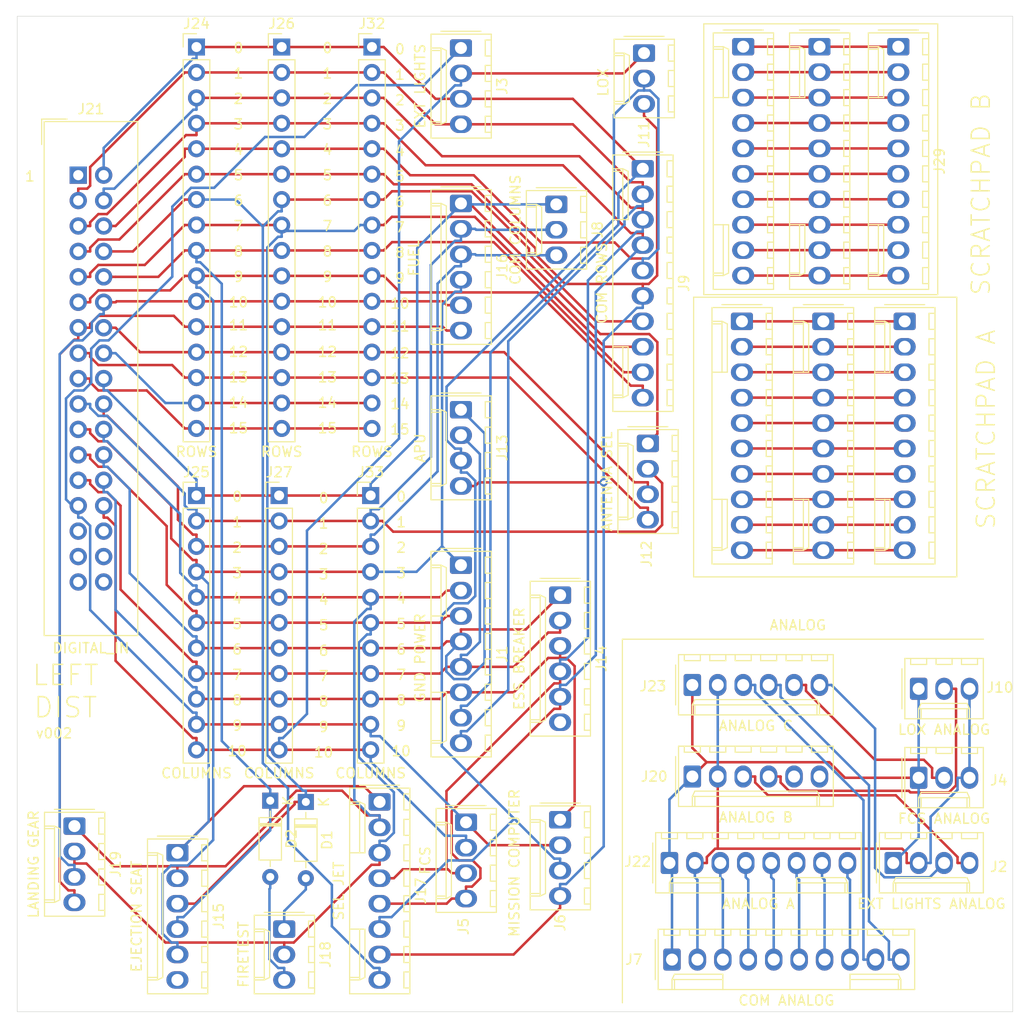
<source format=kicad_pcb>
(kicad_pcb (version 20171130) (host pcbnew "(5.1.5-0-10_14)")
  (layers (0 F.Cu signal) (31 B.Cu signal) (34 B.Paste user) (35 F.Paste user) (36 B.SilkS user) (37 F.SilkS user) (38 B.Mask user) (39 F.Mask user) (44 Edge.Cuts user))
  (net 0 "")
  (net 1 /FORMATION_DIMMER)
  (net 2 /POSITION_DIMMER)
  (net 3 /ANALOG_GND)
  (net 4 /ANALOG_5V)
  (net 5 /COL10)
  (net 6 /COL9)
  (net 7 /ROW1)
  (net 8 /ROW0)
  (net 9 /COL8)
  (net 10 /COL7)
  (net 11 /COL6)
  (net 12 /COL5)
  (net 13 /COL4)
  (net 14 /COL3)
  (net 15 /RUD_TRIM)
  (net 16 /ROW3)
  (net 17 /ROW2)
  (net 18 /ROW5)
  (net 19 /ROW4)
  (net 20 /COM_WPN)
  (net 21 /COM_AUX)
  (net 22 /COM_TACAN)
  (net 23 /COM_MIDS_B)
  (net 24 /COM_MIDS_A)
  (net 25 /COM_RWR)
  (net 26 /COM_ICS)
  (net 27 /COM_VOX)
  (net 28 /COL2)
  (net 29 /COL1)
  (net 30 /COL0)
  (net 31 /ROW9)
  (net 32 /ROW8)
  (net 33 /ROW7)
  (net 34 /ROW6)
  (net 35 /OXY_FLOW)
  (net 36 /ROW13)
  (net 37 /ROW12)
  (net 38 /ROW11)
  (net 39 /ROW10)
  (net 40 /ROW15)
  (net 41 /ROW14)
  (net 42 "Net-(D1-Pad2)")
  (net 43 "Net-(D2-Pad2)")
  (net 44 /A10)
  (net 45 /A9)
  (net 46 /A8)
  (net 47 /A7)
  (net 48 /A6)
  (net 49 /A5)
  (net 50 /A4)
  (net 51 /A3)
  (net 52 /A2)
  (net 53 /A1)
  (net 54 /B10)
  (net 55 /B9)
  (net 56 /B8)
  (net 57 /B7)
  (net 58 /B6)
  (net 59 /B5)
  (net 60 /B4)
  (net 61 /B3)
  (net 62 /B2)
  (net 63 /B1)
  (module PT_Library_v001:Molex_1x06_P2.54mm_Vertical (layer F.Cu) (at 197.358 103.759)
    (fp_text reference J23 (at -3.937 0.127) (layer F.SilkS))
    (fp_text value "ANALOG C" (at 6.35 4.08) (layer F.SilkS))
    (pad 6 thru_hole oval (at 12.7 0) (size 1.74 2.2) (drill 1.2) (layers *.Cu *.Mask) (net 2 /POSITION_DIMMER))
    (pad 5 thru_hole oval (at 10.16 0) (size 1.74 2.2) (drill 1.2) (layers *.Cu *.Mask) (net 15 /RUD_TRIM))
    (pad 4 thru_hole oval (at 7.62 0) (size 1.74 2.2) (drill 1.2) (layers *.Cu *.Mask) (net 20 /COM_WPN))
    (pad 3 thru_hole oval (at 5.08 0) (size 1.74 2.2) (drill 1.2) (layers *.Cu *.Mask) (net 21 /COM_AUX))
    (pad 2 thru_hole oval (at 2.54 0) (size 1.74 2.2) (drill 1.2) (layers *.Cu *.Mask) (net 3 /ANALOG_GND))
    (pad 1 thru_hole roundrect (at 0 0) (size 1.74 2.2) (drill 1.2) (layers *.Cu *.Mask) (roundrect_rratio 0.143678) (net 4 /ANALOG_5V))
  )
  (module PT_Library_v001:Molex_1x06_P2.54mm_Vertical (layer F.Cu) (at 197.358 112.903)
    (fp_text reference J20 (at -3.81 0) (layer F.SilkS))
    (fp_text value "ANALOG B" (at 6.35 4.08) (layer F.SilkS))
    (pad 6 thru_hole oval (at 12.7 0) (size 1.74 2.2) (drill 1.2) (layers *.Cu *.Mask))
    (pad 5 thru_hole oval (at 10.16 0) (size 1.74 2.2) (drill 1.2) (layers *.Cu *.Mask))
    (pad 4 thru_hole oval (at 7.62 0) (size 1.74 2.2) (drill 1.2) (layers *.Cu *.Mask) (net 35 /OXY_FLOW))
    (pad 3 thru_hole oval (at 5.08 0) (size 1.74 2.2) (drill 1.2) (layers *.Cu *.Mask) (net 1 /FORMATION_DIMMER))
    (pad 2 thru_hole oval (at 2.54 0) (size 1.74 2.2) (drill 1.2) (layers *.Cu *.Mask) (net 3 /ANALOG_GND))
    (pad 1 thru_hole roundrect (at 0 0) (size 1.74 2.2) (drill 1.2) (layers *.Cu *.Mask) (roundrect_rratio 0.143678) (net 4 /ANALOG_5V))
  )
  (module MountingHole:MountingHole_3.2mm_M3 (layer F.Cu) (at 225.35 40.386)
    (fp_text reference H8)
    (fp_text value MountingHole)
    (pad 1 np_thru_hole circle (at 0 0) (size 3.2 3.2) (drill 3.2) (layers *.Cu *.Mask))
  )
  (module MountingHole:MountingHole_3.2mm_M3 (layer F.Cu) (at 193.35 96.386)
    (fp_text reference H7)
    (fp_text value MountingHole)
    (pad 1 np_thru_hole circle (at 0 0) (size 3.2 3.2) (drill 3.2) (layers *.Cu *.Mask))
  )
  (module PT_Library_v001:Molex_1x10_P2.54mm_Vertical (layer F.Cu) (at 202.438 40.005 270)
    (fp_text reference J35)
    (fp_text value SpareB3)
    (pad 10 thru_hole oval (at 22.86 0 270) (size 1.74 2.2) (drill 1.2) (layers *.Cu *.Mask) (net 54 /B10))
    (pad 9 thru_hole oval (at 20.32 0 270) (size 1.74 2.2) (drill 1.2) (layers *.Cu *.Mask) (net 55 /B9))
    (pad 8 thru_hole oval (at 17.78 0 270) (size 1.74 2.2) (drill 1.2) (layers *.Cu *.Mask) (net 56 /B8))
    (pad 7 thru_hole oval (at 15.24 0 270) (size 1.74 2.2) (drill 1.2) (layers *.Cu *.Mask) (net 57 /B7))
    (pad 6 thru_hole oval (at 12.7 0 270) (size 1.74 2.2) (drill 1.2) (layers *.Cu *.Mask) (net 58 /B6))
    (pad 5 thru_hole oval (at 10.16 0 270) (size 1.74 2.2) (drill 1.2) (layers *.Cu *.Mask) (net 59 /B5))
    (pad 4 thru_hole oval (at 7.62 0 270) (size 1.74 2.2) (drill 1.2) (layers *.Cu *.Mask) (net 60 /B4))
    (pad 3 thru_hole oval (at 5.08 0 270) (size 1.74 2.2) (drill 1.2) (layers *.Cu *.Mask) (net 61 /B3))
    (pad 2 thru_hole oval (at 2.54 0 270) (size 1.74 2.2) (drill 1.2) (layers *.Cu *.Mask) (net 62 /B2))
    (pad 1 thru_hole roundrect (at 0 0 270) (size 1.74 2.2) (drill 1.2) (layers *.Cu *.Mask) (roundrect_rratio 0.143678) (net 63 /B1))
  )
  (module PT_Library_v001:Molex_1x10_P2.54mm_Vertical (layer F.Cu) (at 202.311 67.437 270)
    (fp_text reference J34)
    (fp_text value SpareA3)
    (pad 10 thru_hole oval (at 22.86 0 270) (size 1.74 2.2) (drill 1.2) (layers *.Cu *.Mask) (net 44 /A10))
    (pad 9 thru_hole oval (at 20.32 0 270) (size 1.74 2.2) (drill 1.2) (layers *.Cu *.Mask) (net 45 /A9))
    (pad 8 thru_hole oval (at 17.78 0 270) (size 1.74 2.2) (drill 1.2) (layers *.Cu *.Mask) (net 46 /A8))
    (pad 7 thru_hole oval (at 15.24 0 270) (size 1.74 2.2) (drill 1.2) (layers *.Cu *.Mask) (net 47 /A7))
    (pad 6 thru_hole oval (at 12.7 0 270) (size 1.74 2.2) (drill 1.2) (layers *.Cu *.Mask) (net 48 /A6))
    (pad 5 thru_hole oval (at 10.16 0 270) (size 1.74 2.2) (drill 1.2) (layers *.Cu *.Mask) (net 49 /A5))
    (pad 4 thru_hole oval (at 7.62 0 270) (size 1.74 2.2) (drill 1.2) (layers *.Cu *.Mask) (net 50 /A4))
    (pad 3 thru_hole oval (at 5.08 0 270) (size 1.74 2.2) (drill 1.2) (layers *.Cu *.Mask) (net 51 /A3))
    (pad 2 thru_hole oval (at 2.54 0 270) (size 1.74 2.2) (drill 1.2) (layers *.Cu *.Mask) (net 52 /A2))
    (pad 1 thru_hole roundrect (at 0 0 270) (size 1.74 2.2) (drill 1.2) (layers *.Cu *.Mask) (roundrect_rratio 0.143678) (net 53 /A1))
  )
  (module PT_Library_v001:Molex_1x10_P2.54mm_Vertical (layer F.Cu) (at 210.058 40.005 270)
    (fp_text reference J31)
    (fp_text value SpareB2)
    (pad 10 thru_hole oval (at 22.86 0 270) (size 1.74 2.2) (drill 1.2) (layers *.Cu *.Mask) (net 54 /B10))
    (pad 9 thru_hole oval (at 20.32 0 270) (size 1.74 2.2) (drill 1.2) (layers *.Cu *.Mask) (net 55 /B9))
    (pad 8 thru_hole oval (at 17.78 0 270) (size 1.74 2.2) (drill 1.2) (layers *.Cu *.Mask) (net 56 /B8))
    (pad 7 thru_hole oval (at 15.24 0 270) (size 1.74 2.2) (drill 1.2) (layers *.Cu *.Mask) (net 57 /B7))
    (pad 6 thru_hole oval (at 12.7 0 270) (size 1.74 2.2) (drill 1.2) (layers *.Cu *.Mask) (net 58 /B6))
    (pad 5 thru_hole oval (at 10.16 0 270) (size 1.74 2.2) (drill 1.2) (layers *.Cu *.Mask) (net 59 /B5))
    (pad 4 thru_hole oval (at 7.62 0 270) (size 1.74 2.2) (drill 1.2) (layers *.Cu *.Mask) (net 60 /B4))
    (pad 3 thru_hole oval (at 5.08 0 270) (size 1.74 2.2) (drill 1.2) (layers *.Cu *.Mask) (net 61 /B3))
    (pad 2 thru_hole oval (at 2.54 0 270) (size 1.74 2.2) (drill 1.2) (layers *.Cu *.Mask) (net 62 /B2))
    (pad 1 thru_hole roundrect (at 0 0 270) (size 1.74 2.2) (drill 1.2) (layers *.Cu *.Mask) (roundrect_rratio 0.143678) (net 63 /B1))
  )
  (module PT_Library_v001:Molex_1x10_P2.54mm_Vertical (layer F.Cu) (at 218.567 67.437 270)
    (fp_text reference J30)
    (fp_text value SpareA2)
    (pad 10 thru_hole oval (at 22.86 0 270) (size 1.74 2.2) (drill 1.2) (layers *.Cu *.Mask) (net 44 /A10))
    (pad 9 thru_hole oval (at 20.32 0 270) (size 1.74 2.2) (drill 1.2) (layers *.Cu *.Mask) (net 45 /A9))
    (pad 8 thru_hole oval (at 17.78 0 270) (size 1.74 2.2) (drill 1.2) (layers *.Cu *.Mask) (net 46 /A8))
    (pad 7 thru_hole oval (at 15.24 0 270) (size 1.74 2.2) (drill 1.2) (layers *.Cu *.Mask) (net 47 /A7))
    (pad 6 thru_hole oval (at 12.7 0 270) (size 1.74 2.2) (drill 1.2) (layers *.Cu *.Mask) (net 48 /A6))
    (pad 5 thru_hole oval (at 10.16 0 270) (size 1.74 2.2) (drill 1.2) (layers *.Cu *.Mask) (net 49 /A5))
    (pad 4 thru_hole oval (at 7.62 0 270) (size 1.74 2.2) (drill 1.2) (layers *.Cu *.Mask) (net 50 /A4))
    (pad 3 thru_hole oval (at 5.08 0 270) (size 1.74 2.2) (drill 1.2) (layers *.Cu *.Mask) (net 51 /A3))
    (pad 2 thru_hole oval (at 2.54 0 270) (size 1.74 2.2) (drill 1.2) (layers *.Cu *.Mask) (net 52 /A2))
    (pad 1 thru_hole roundrect (at 0 0 270) (size 1.74 2.2) (drill 1.2) (layers *.Cu *.Mask) (roundrect_rratio 0.143678) (net 53 /A1))
  )
  (module PT_Library_v001:Molex_1x10_P2.54mm_Vertical (layer F.Cu) (at 217.932 40.005 270)
    (fp_text reference J29 (at 11.43 -4.12 90) (layer F.SilkS))
    (fp_text value SpareB1)
    (pad 10 thru_hole oval (at 22.86 0 270) (size 1.74 2.2) (drill 1.2) (layers *.Cu *.Mask) (net 54 /B10))
    (pad 9 thru_hole oval (at 20.32 0 270) (size 1.74 2.2) (drill 1.2) (layers *.Cu *.Mask) (net 55 /B9))
    (pad 8 thru_hole oval (at 17.78 0 270) (size 1.74 2.2) (drill 1.2) (layers *.Cu *.Mask) (net 56 /B8))
    (pad 7 thru_hole oval (at 15.24 0 270) (size 1.74 2.2) (drill 1.2) (layers *.Cu *.Mask) (net 57 /B7))
    (pad 6 thru_hole oval (at 12.7 0 270) (size 1.74 2.2) (drill 1.2) (layers *.Cu *.Mask) (net 58 /B6))
    (pad 5 thru_hole oval (at 10.16 0 270) (size 1.74 2.2) (drill 1.2) (layers *.Cu *.Mask) (net 59 /B5))
    (pad 4 thru_hole oval (at 7.62 0 270) (size 1.74 2.2) (drill 1.2) (layers *.Cu *.Mask) (net 60 /B4))
    (pad 3 thru_hole oval (at 5.08 0 270) (size 1.74 2.2) (drill 1.2) (layers *.Cu *.Mask) (net 61 /B3))
    (pad 2 thru_hole oval (at 2.54 0 270) (size 1.74 2.2) (drill 1.2) (layers *.Cu *.Mask) (net 62 /B2))
    (pad 1 thru_hole roundrect (at 0 0 270) (size 1.74 2.2) (drill 1.2) (layers *.Cu *.Mask) (roundrect_rratio 0.143678) (net 63 /B1))
  )
  (module PT_Library_v001:Molex_1x10_P2.54mm_Vertical (layer F.Cu) (at 210.439 67.437 270)
    (fp_text reference J28)
    (fp_text value SpareA1)
    (pad 10 thru_hole oval (at 22.86 0 270) (size 1.74 2.2) (drill 1.2) (layers *.Cu *.Mask) (net 44 /A10))
    (pad 9 thru_hole oval (at 20.32 0 270) (size 1.74 2.2) (drill 1.2) (layers *.Cu *.Mask) (net 45 /A9))
    (pad 8 thru_hole oval (at 17.78 0 270) (size 1.74 2.2) (drill 1.2) (layers *.Cu *.Mask) (net 46 /A8))
    (pad 7 thru_hole oval (at 15.24 0 270) (size 1.74 2.2) (drill 1.2) (layers *.Cu *.Mask) (net 47 /A7))
    (pad 6 thru_hole oval (at 12.7 0 270) (size 1.74 2.2) (drill 1.2) (layers *.Cu *.Mask) (net 48 /A6))
    (pad 5 thru_hole oval (at 10.16 0 270) (size 1.74 2.2) (drill 1.2) (layers *.Cu *.Mask) (net 49 /A5))
    (pad 4 thru_hole oval (at 7.62 0 270) (size 1.74 2.2) (drill 1.2) (layers *.Cu *.Mask) (net 50 /A4))
    (pad 3 thru_hole oval (at 5.08 0 270) (size 1.74 2.2) (drill 1.2) (layers *.Cu *.Mask) (net 51 /A3))
    (pad 2 thru_hole oval (at 2.54 0 270) (size 1.74 2.2) (drill 1.2) (layers *.Cu *.Mask) (net 52 /A2))
    (pad 1 thru_hole roundrect (at 0 0 270) (size 1.74 2.2) (drill 1.2) (layers *.Cu *.Mask) (roundrect_rratio 0.143678) (net 53 /A1))
  )
  (module PT_Library_v001:Molex_1x04_P2.54mm_Vertical (layer F.Cu) (at 174.244 40.132 270)
    (fp_text reference J3 (at 3.81 -4.12 90) (layer F.SilkS))
    (fp_text value "EXT LIGHTS" (at 3.81 4.08 90) (layer F.SilkS))
    (pad 4 thru_hole oval (at 7.62 0 270) (size 1.74 2.2) (drill 1.2) (layers *.Cu *.Mask) (net 7 /ROW1))
    (pad 3 thru_hole oval (at 5.08 0 270) (size 1.74 2.2) (drill 1.2) (layers *.Cu *.Mask) (net 8 /ROW0))
    (pad 2 thru_hole oval (at 2.54 0 270) (size 1.74 2.2) (drill 1.2) (layers *.Cu *.Mask) (net 5 /COL10))
    (pad 1 thru_hole roundrect (at 0 0 270) (size 1.74 2.2) (drill 1.2) (layers *.Cu *.Mask) (roundrect_rratio 0.143678) (net 6 /COL9))
  )
  (module PT_Library_v001:Molex_1x03_P2.54mm_Vertical (layer F.Cu) (at 156.591 128.143 270)
    (fp_text reference J18 (at 2.54 -4.12 90) (layer F.SilkS))
    (fp_text value FIRETEST (at 2.54 4.08 90) (layer F.SilkS))
    (pad 3 thru_hole oval (at 5.08 0 270) (size 1.74 2.2) (drill 1.2) (layers *.Cu *.Mask) (net 43 "Net-(D2-Pad2)"))
    (pad 2 thru_hole oval (at 2.54 0 270) (size 1.74 2.2) (drill 1.2) (layers *.Cu *.Mask) (net 12 /COL5))
    (pad 1 thru_hole roundrect (at 0 0 270) (size 1.74 2.2) (drill 1.2) (layers *.Cu *.Mask) (roundrect_rratio 0.143678) (net 42 "Net-(D1-Pad2)"))
  )
  (module PT_Library_v001:Molex_1x03_P2.54mm_Vertical (layer F.Cu) (at 219.964 113.03)
    (fp_text reference J4 (at 8.001 0.254) (layer F.SilkS))
    (fp_text value "FCS ANALOG" (at 2.54 4.08) (layer F.SilkS))
    (pad 3 thru_hole oval (at 5.08 0) (size 1.74 2.2) (drill 1.2) (layers *.Cu *.Mask) (net 3 /ANALOG_GND))
    (pad 2 thru_hole oval (at 2.54 0) (size 1.74 2.2) (drill 1.2) (layers *.Cu *.Mask) (net 15 /RUD_TRIM))
    (pad 1 thru_hole roundrect (at 0 0) (size 1.74 2.2) (drill 1.2) (layers *.Cu *.Mask) (roundrect_rratio 0.143678) (net 4 /ANALOG_5V))
  )
  (module PT_Library_v001:Molex_1x04_P2.54mm_Vertical (layer F.Cu) (at 174.752 117.475 270)
    (fp_text reference J5 (at 10.414 0.254 90) (layer F.SilkS))
    (fp_text value FCS (at 3.81 4.08 90) (layer F.SilkS))
    (pad 4 thru_hole oval (at 7.62 0 270) (size 1.74 2.2) (drill 1.2) (layers *.Cu *.Mask) (net 16 /ROW3))
    (pad 3 thru_hole oval (at 5.08 0 270) (size 1.74 2.2) (drill 1.2) (layers *.Cu *.Mask) (net 17 /ROW2))
    (pad 2 thru_hole oval (at 2.54 0 270) (size 1.74 2.2) (drill 1.2) (layers *.Cu *.Mask) (net 5 /COL10))
    (pad 1 thru_hole roundrect (at 0 0 270) (size 1.74 2.2) (drill 1.2) (layers *.Cu *.Mask) (roundrect_rratio 0.143678) (net 6 /COL9))
  )
  (module PT_Library_v001:Molex_1x04_P2.54mm_Vertical (layer F.Cu) (at 184.15 117.221 270)
    (fp_text reference J6 (at 10.287 0 90) (layer F.SilkS))
    (fp_text value "MISSION COMPUTER" (at 4.318 4.572 90) (layer F.SilkS))
    (pad 4 thru_hole oval (at 7.62 0 270) (size 1.74 2.2) (drill 1.2) (layers *.Cu *.Mask) (net 18 /ROW5))
    (pad 3 thru_hole oval (at 5.08 0 270) (size 1.74 2.2) (drill 1.2) (layers *.Cu *.Mask) (net 19 /ROW4))
    (pad 2 thru_hole oval (at 2.54 0 270) (size 1.74 2.2) (drill 1.2) (layers *.Cu *.Mask) (net 6 /COL9))
    (pad 1 thru_hole roundrect (at 0 0 270) (size 1.74 2.2) (drill 1.2) (layers *.Cu *.Mask) (roundrect_rratio 0.143678) (net 9 /COL8))
  )
  (module PT_Library_v001:Molex_1x10_P2.54mm_Vertical (layer F.Cu) (at 195.326 131.191)
    (fp_text reference J7 (at -3.81 0) (layer F.SilkS))
    (fp_text value "COM ANALOG" (at 11.43 4.08) (layer F.SilkS))
    (pad 10 thru_hole oval (at 22.86 0) (size 1.74 2.2) (drill 1.2) (layers *.Cu *.Mask) (net 20 /COM_WPN))
    (pad 9 thru_hole oval (at 20.32 0) (size 1.74 2.2) (drill 1.2) (layers *.Cu *.Mask) (net 21 /COM_AUX))
    (pad 8 thru_hole oval (at 17.78 0) (size 1.74 2.2) (drill 1.2) (layers *.Cu *.Mask) (net 22 /COM_TACAN))
    (pad 7 thru_hole oval (at 15.24 0) (size 1.74 2.2) (drill 1.2) (layers *.Cu *.Mask) (net 23 /COM_MIDS_B))
    (pad 6 thru_hole oval (at 12.7 0) (size 1.74 2.2) (drill 1.2) (layers *.Cu *.Mask) (net 24 /COM_MIDS_A))
    (pad 5 thru_hole oval (at 10.16 0) (size 1.74 2.2) (drill 1.2) (layers *.Cu *.Mask) (net 25 /COM_RWR))
    (pad 4 thru_hole oval (at 7.62 0) (size 1.74 2.2) (drill 1.2) (layers *.Cu *.Mask) (net 26 /COM_ICS))
    (pad 3 thru_hole oval (at 5.08 0) (size 1.74 2.2) (drill 1.2) (layers *.Cu *.Mask) (net 27 /COM_VOX))
    (pad 2 thru_hole oval (at 2.54 0) (size 1.74 2.2) (drill 1.2) (layers *.Cu *.Mask) (net 3 /ANALOG_GND))
    (pad 1 thru_hole roundrect (at 0 0) (size 1.74 2.2) (drill 1.2) (layers *.Cu *.Mask) (roundrect_rratio 0.143678) (net 4 /ANALOG_5V))
  )
  (module PT_Library_v001:Molex_1x03_P2.54mm_Vertical (layer F.Cu) (at 183.769 55.753 270)
    (fp_text reference J8 (at 2.54 -4.12 90) (layer F.SilkS))
    (fp_text value "COM COLUMNS" (at 2.54 4.08 90) (layer F.SilkS))
    (pad 3 thru_hole oval (at 5.08 0 270) (size 1.74 2.2) (drill 1.2) (layers *.Cu *.Mask) (net 28 /COL2))
    (pad 2 thru_hole oval (at 2.54 0 270) (size 1.74 2.2) (drill 1.2) (layers *.Cu *.Mask) (net 29 /COL1))
    (pad 1 thru_hole roundrect (at 0 0 270) (size 1.74 2.2) (drill 1.2) (layers *.Cu *.Mask) (roundrect_rratio 0.143678) (net 30 /COL0))
  )
  (module PT_Library_v001:Molex_1x10_P2.54mm_Vertical (layer F.Cu) (at 192.405 52.197 270)
    (fp_text reference J9 (at 11.43 -4.12 90) (layer F.SilkS))
    (fp_text value "COM ROWS" (at 11.43 4.08 90) (layer F.SilkS))
    (pad 10 thru_hole oval (at 22.86 0 270) (size 1.74 2.2) (drill 1.2) (layers *.Cu *.Mask) (net 31 /ROW9))
    (pad 9 thru_hole oval (at 20.32 0 270) (size 1.74 2.2) (drill 1.2) (layers *.Cu *.Mask) (net 32 /ROW8))
    (pad 8 thru_hole oval (at 17.78 0 270) (size 1.74 2.2) (drill 1.2) (layers *.Cu *.Mask) (net 33 /ROW7))
    (pad 7 thru_hole oval (at 15.24 0 270) (size 1.74 2.2) (drill 1.2) (layers *.Cu *.Mask) (net 34 /ROW6))
    (pad 6 thru_hole oval (at 12.7 0 270) (size 1.74 2.2) (drill 1.2) (layers *.Cu *.Mask) (net 18 /ROW5))
    (pad 5 thru_hole oval (at 10.16 0 270) (size 1.74 2.2) (drill 1.2) (layers *.Cu *.Mask) (net 19 /ROW4))
    (pad 4 thru_hole oval (at 7.62 0 270) (size 1.74 2.2) (drill 1.2) (layers *.Cu *.Mask) (net 16 /ROW3))
    (pad 3 thru_hole oval (at 5.08 0 270) (size 1.74 2.2) (drill 1.2) (layers *.Cu *.Mask) (net 17 /ROW2))
    (pad 2 thru_hole oval (at 2.54 0 270) (size 1.74 2.2) (drill 1.2) (layers *.Cu *.Mask) (net 7 /ROW1))
    (pad 1 thru_hole roundrect (at 0 0 270) (size 1.74 2.2) (drill 1.2) (layers *.Cu *.Mask) (roundrect_rratio 0.143678) (net 8 /ROW0))
  )
  (module PT_Library_v001:Molex_1x03_P2.54mm_Vertical (layer F.Cu) (at 219.964 104.14)
    (fp_text reference J10 (at 8.128 -0.127) (layer F.SilkS))
    (fp_text value "LOX ANALOG" (at 2.54 4.08) (layer F.SilkS))
    (pad 3 thru_hole oval (at 5.08 0) (size 1.74 2.2) (drill 1.2) (layers *.Cu *.Mask) (net 3 /ANALOG_GND))
    (pad 2 thru_hole oval (at 2.54 0) (size 1.74 2.2) (drill 1.2) (layers *.Cu *.Mask) (net 35 /OXY_FLOW))
    (pad 1 thru_hole roundrect (at 0 0) (size 1.74 2.2) (drill 1.2) (layers *.Cu *.Mask) (roundrect_rratio 0.143678) (net 4 /ANALOG_5V))
  )
  (module PT_Library_v001:Molex_1x03_P2.54mm_Vertical (layer F.Cu) (at 192.532 40.64 270)
    (fp_text reference J11 (at 8.128 0 90) (layer F.SilkS))
    (fp_text value "LOX " (at 2.54 4.08 90) (layer F.SilkS))
    (pad 3 thru_hole oval (at 5.08 0 270) (size 1.74 2.2) (drill 1.2) (layers *.Cu *.Mask) (net 18 /ROW5))
    (pad 2 thru_hole oval (at 2.54 0 270) (size 1.74 2.2) (drill 1.2) (layers *.Cu *.Mask) (net 19 /ROW4))
    (pad 1 thru_hole roundrect (at 0 0 270) (size 1.74 2.2) (drill 1.2) (layers *.Cu *.Mask) (roundrect_rratio 0.143678) (net 5 /COL10))
  )
  (module PT_Library_v001:Molex_1x04_P2.54mm_Vertical (layer F.Cu) (at 192.913 79.629 270)
    (fp_text reference J12 (at 11.049 0.127 90) (layer F.SilkS))
    (fp_text value "ANTENNA SEL" (at 3.81 4.08 90) (layer F.SilkS))
    (pad 4 thru_hole oval (at 7.62 0 270) (size 1.74 2.2) (drill 1.2) (layers *.Cu *.Mask) (net 36 /ROW13))
    (pad 3 thru_hole oval (at 5.08 0 270) (size 1.74 2.2) (drill 1.2) (layers *.Cu *.Mask) (net 37 /ROW12))
    (pad 2 thru_hole oval (at 2.54 0 270) (size 1.74 2.2) (drill 1.2) (layers *.Cu *.Mask) (net 29 /COL1))
    (pad 1 thru_hole roundrect (at 0 0 270) (size 1.74 2.2) (drill 1.2) (layers *.Cu *.Mask) (roundrect_rratio 0.143678) (net 30 /COL0))
  )
  (module PT_Library_v001:Molex_1x06_P2.54mm_Vertical (layer F.Cu) (at 184.15 94.7843 270)
    (fp_text reference J14 (at 6.35 -4.12 90) (layer F.SilkS))
    (fp_text value "ESS BREAKER" (at 6.35 4.08 90) (layer F.SilkS))
    (pad 6 thru_hole oval (at 12.7 0 270) (size 1.74 2.2) (drill 1.2) (layers *.Cu *.Mask))
    (pad 5 thru_hole oval (at 10.16 0 270) (size 1.74 2.2) (drill 1.2) (layers *.Cu *.Mask) (net 16 /ROW3))
    (pad 4 thru_hole oval (at 7.62 0 270) (size 1.74 2.2) (drill 1.2) (layers *.Cu *.Mask) (net 17 /ROW2))
    (pad 3 thru_hole oval (at 5.08 0 270) (size 1.74 2.2) (drill 1.2) (layers *.Cu *.Mask) (net 9 /COL8))
    (pad 2 thru_hole oval (at 2.54 0 270) (size 1.74 2.2) (drill 1.2) (layers *.Cu *.Mask) (net 10 /COL7))
    (pad 1 thru_hole roundrect (at 0 0 270) (size 1.74 2.2) (drill 1.2) (layers *.Cu *.Mask) (roundrect_rratio 0.143678) (net 11 /COL6))
  )
  (module PT_Library_v001:Molex_1x06_P2.54mm_Vertical (layer F.Cu) (at 145.923 120.523 270)
    (fp_text reference J15 (at 6.35 -4.12 90) (layer F.SilkS))
    (fp_text value "EJECTION SEAT" (at 6.35 4.08 90) (layer F.SilkS))
    (pad 6 thru_hole oval (at 12.7 0 270) (size 1.74 2.2) (drill 1.2) (layers *.Cu *.Mask))
    (pad 5 thru_hole oval (at 10.16 0 270) (size 1.74 2.2) (drill 1.2) (layers *.Cu *.Mask) (net 31 /ROW9))
    (pad 4 thru_hole oval (at 7.62 0 270) (size 1.74 2.2) (drill 1.2) (layers *.Cu *.Mask) (net 32 /ROW8))
    (pad 3 thru_hole oval (at 5.08 0 270) (size 1.74 2.2) (drill 1.2) (layers *.Cu *.Mask) (net 33 /ROW7))
    (pad 2 thru_hole oval (at 2.54 0 270) (size 1.74 2.2) (drill 1.2) (layers *.Cu *.Mask) (net 13 /COL4))
    (pad 1 thru_hole roundrect (at 0 0 270) (size 1.74 2.2) (drill 1.2) (layers *.Cu *.Mask) (roundrect_rratio 0.143678) (net 14 /COL3))
  )
  (module PT_Library_v001:Molex_1x06_P2.54mm_Vertical (layer F.Cu) (at 174.244 55.6578 270)
    (fp_text reference J16 (at 6.35 -4.12 90) (layer F.SilkS))
    (fp_text value FUEL (at 5.461 4.699 90) (layer F.SilkS))
    (pad 6 thru_hole oval (at 12.7 0 270) (size 1.74 2.2) (drill 1.2) (layers *.Cu *.Mask) (net 38 /ROW11))
    (pad 5 thru_hole oval (at 10.16 0 270) (size 1.74 2.2) (drill 1.2) (layers *.Cu *.Mask) (net 39 /ROW10))
    (pad 4 thru_hole oval (at 7.62 0 270) (size 1.74 2.2) (drill 1.2) (layers *.Cu *.Mask) (net 14 /COL3))
    (pad 3 thru_hole oval (at 5.08 0 270) (size 1.74 2.2) (drill 1.2) (layers *.Cu *.Mask) (net 28 /COL2))
    (pad 2 thru_hole oval (at 2.54 0 270) (size 1.74 2.2) (drill 1.2) (layers *.Cu *.Mask) (net 29 /COL1))
    (pad 1 thru_hole roundrect (at 0 0 270) (size 1.74 2.2) (drill 1.2) (layers *.Cu *.Mask) (roundrect_rratio 0.143678) (net 30 /COL0))
  )
  (module PT_Library_v001:Molex_1x08_P2.54mm_Vertical (layer F.Cu) (at 166.116 115.443 270)
    (fp_text reference J17 (at 8.89 -4.12 90) (layer F.SilkS))
    (fp_text value "SEL JET" (at 8.89 4.08 90) (layer F.SilkS))
    (pad 8 thru_hole oval (at 17.78 0 270) (size 1.74 2.2) (drill 1.2) (layers *.Cu *.Mask) (net 34 /ROW6))
    (pad 7 thru_hole oval (at 15.24 0 270) (size 1.74 2.2) (drill 1.2) (layers *.Cu *.Mask) (net 18 /ROW5))
    (pad 6 thru_hole oval (at 12.7 0 270) (size 1.74 2.2) (drill 1.2) (layers *.Cu *.Mask) (net 19 /ROW4))
    (pad 5 thru_hole oval (at 10.16 0 270) (size 1.74 2.2) (drill 1.2) (layers *.Cu *.Mask) (net 16 /ROW3))
    (pad 4 thru_hole oval (at 7.62 0 270) (size 1.74 2.2) (drill 1.2) (layers *.Cu *.Mask) (net 17 /ROW2))
    (pad 3 thru_hole oval (at 5.08 0 270) (size 1.74 2.2) (drill 1.2) (layers *.Cu *.Mask) (net 12 /COL5))
    (pad 2 thru_hole oval (at 2.54 0 270) (size 1.74 2.2) (drill 1.2) (layers *.Cu *.Mask) (net 13 /COL4))
    (pad 1 thru_hole roundrect (at 0 0 270) (size 1.74 2.2) (drill 1.2) (layers *.Cu *.Mask) (roundrect_rratio 0.143678) (net 14 /COL3))
  )
  (module PT_Library_v001:Molex_1x04_P2.54mm_Vertical (layer F.Cu) (at 135.636 117.856 270)
    (fp_text reference J19 (at 3.81 -4.12 90) (layer F.SilkS))
    (fp_text value "LANDING GEAR" (at 3.81 4.08 90) (layer F.SilkS))
    (pad 4 thru_hole oval (at 7.62 0 270) (size 1.74 2.2) (drill 1.2) (layers *.Cu *.Mask) (net 38 /ROW11))
    (pad 3 thru_hole oval (at 5.08 0 270) (size 1.74 2.2) (drill 1.2) (layers *.Cu *.Mask) (net 39 /ROW10))
    (pad 2 thru_hole oval (at 2.54 0 270) (size 1.74 2.2) (drill 1.2) (layers *.Cu *.Mask) (net 12 /COL5))
    (pad 1 thru_hole roundrect (at 0 0 270) (size 1.74 2.2) (drill 1.2) (layers *.Cu *.Mask) (roundrect_rratio 0.143678) (net 13 /COL4))
  )
  (module Connector_IDC:IDC-Header_2x17_P2.54mm_Vertical (layer F.Cu) (at 136.017 52.832)
    (fp_text reference J21 (at 1.27 -6.604) (layer F.SilkS))
    (fp_text value DIGITAL_IN (at 1.27 47.244) (layer F.SilkS))
    (pad 34 thru_hole oval (at 2.54 40.64) (size 1.7272 1.7272) (drill 1.016) (layers *.Cu *.Mask))
    (pad 33 thru_hole oval (at 0 40.64) (size 1.7272 1.7272) (drill 1.016) (layers *.Cu *.Mask))
    (pad 32 thru_hole oval (at 2.54 38.1) (size 1.7272 1.7272) (drill 1.016) (layers *.Cu *.Mask))
    (pad 31 thru_hole oval (at 0 38.1) (size 1.7272 1.7272) (drill 1.016) (layers *.Cu *.Mask))
    (pad 30 thru_hole oval (at 2.54 35.56) (size 1.7272 1.7272) (drill 1.016) (layers *.Cu *.Mask))
    (pad 29 thru_hole oval (at 0 35.56) (size 1.7272 1.7272) (drill 1.016) (layers *.Cu *.Mask))
    (pad 28 thru_hole oval (at 2.54 33.02) (size 1.7272 1.7272) (drill 1.016) (layers *.Cu *.Mask) (net 5 /COL10))
    (pad 27 thru_hole oval (at 0 33.02) (size 1.7272 1.7272) (drill 1.016) (layers *.Cu *.Mask) (net 6 /COL9))
    (pad 26 thru_hole oval (at 2.54 30.48) (size 1.7272 1.7272) (drill 1.016) (layers *.Cu *.Mask) (net 9 /COL8))
    (pad 25 thru_hole oval (at 0 30.48) (size 1.7272 1.7272) (drill 1.016) (layers *.Cu *.Mask) (net 10 /COL7))
    (pad 24 thru_hole oval (at 2.54 27.94) (size 1.7272 1.7272) (drill 1.016) (layers *.Cu *.Mask) (net 11 /COL6))
    (pad 23 thru_hole oval (at 0 27.94) (size 1.7272 1.7272) (drill 1.016) (layers *.Cu *.Mask) (net 12 /COL5))
    (pad 22 thru_hole oval (at 2.54 25.4) (size 1.7272 1.7272) (drill 1.016) (layers *.Cu *.Mask) (net 13 /COL4))
    (pad 21 thru_hole oval (at 0 25.4) (size 1.7272 1.7272) (drill 1.016) (layers *.Cu *.Mask) (net 14 /COL3))
    (pad 20 thru_hole oval (at 2.54 22.86) (size 1.7272 1.7272) (drill 1.016) (layers *.Cu *.Mask) (net 28 /COL2))
    (pad 19 thru_hole oval (at 0 22.86) (size 1.7272 1.7272) (drill 1.016) (layers *.Cu *.Mask) (net 29 /COL1))
    (pad 18 thru_hole oval (at 2.54 20.32) (size 1.7272 1.7272) (drill 1.016) (layers *.Cu *.Mask) (net 30 /COL0))
    (pad 17 thru_hole oval (at 0 20.32) (size 1.7272 1.7272) (drill 1.016) (layers *.Cu *.Mask) (net 40 /ROW15))
    (pad 16 thru_hole oval (at 2.54 17.78) (size 1.7272 1.7272) (drill 1.016) (layers *.Cu *.Mask) (net 41 /ROW14))
    (pad 15 thru_hole oval (at 0 17.78) (size 1.7272 1.7272) (drill 1.016) (layers *.Cu *.Mask) (net 36 /ROW13))
    (pad 14 thru_hole oval (at 2.54 15.24) (size 1.7272 1.7272) (drill 1.016) (layers *.Cu *.Mask) (net 37 /ROW12))
    (pad 13 thru_hole oval (at 0 15.24) (size 1.7272 1.7272) (drill 1.016) (layers *.Cu *.Mask) (net 38 /ROW11))
    (pad 12 thru_hole oval (at 2.54 12.7) (size 1.7272 1.7272) (drill 1.016) (layers *.Cu *.Mask) (net 39 /ROW10))
    (pad 11 thru_hole oval (at 0 12.7) (size 1.7272 1.7272) (drill 1.016) (layers *.Cu *.Mask) (net 31 /ROW9))
    (pad 10 thru_hole oval (at 2.54 10.16) (size 1.7272 1.7272) (drill 1.016) (layers *.Cu *.Mask) (net 32 /ROW8))
    (pad 9 thru_hole oval (at 0 10.16) (size 1.7272 1.7272) (drill 1.016) (layers *.Cu *.Mask) (net 33 /ROW7))
    (pad 8 thru_hole oval (at 2.54 7.62) (size 1.7272 1.7272) (drill 1.016) (layers *.Cu *.Mask) (net 34 /ROW6))
    (pad 7 thru_hole oval (at 0 7.62) (size 1.7272 1.7272) (drill 1.016) (layers *.Cu *.Mask) (net 18 /ROW5))
    (pad 6 thru_hole oval (at 2.54 5.08) (size 1.7272 1.7272) (drill 1.016) (layers *.Cu *.Mask) (net 19 /ROW4))
    (pad 5 thru_hole oval (at 0 5.08) (size 1.7272 1.7272) (drill 1.016) (layers *.Cu *.Mask) (net 16 /ROW3))
    (pad 4 thru_hole oval (at 2.54 2.54) (size 1.7272 1.7272) (drill 1.016) (layers *.Cu *.Mask) (net 17 /ROW2))
    (pad 3 thru_hole oval (at 0 2.54) (size 1.7272 1.7272) (drill 1.016) (layers *.Cu *.Mask) (net 7 /ROW1))
    (pad 2 thru_hole oval (at 2.54 0) (size 1.7272 1.7272) (drill 1.016) (layers *.Cu *.Mask) (net 8 /ROW0))
    (pad 1 thru_hole rect (at 0 0) (size 1.7272 1.7272) (drill 1.016) (layers *.Cu *.Mask))
  )
  (module PT_Library_v001:Molex_1x08_P2.54mm_Vertical (layer F.Cu) (at 195.072 121.539)
    (fp_text reference J22 (at -3.175 -0.127) (layer F.SilkS))
    (fp_text value "ANALOG A" (at 8.89 4.08) (layer F.SilkS))
    (pad 8 thru_hole oval (at 17.78 0) (size 1.74 2.2) (drill 1.2) (layers *.Cu *.Mask) (net 22 /COM_TACAN))
    (pad 7 thru_hole oval (at 15.24 0) (size 1.74 2.2) (drill 1.2) (layers *.Cu *.Mask) (net 23 /COM_MIDS_B))
    (pad 6 thru_hole oval (at 12.7 0) (size 1.74 2.2) (drill 1.2) (layers *.Cu *.Mask) (net 24 /COM_MIDS_A))
    (pad 5 thru_hole oval (at 10.16 0) (size 1.74 2.2) (drill 1.2) (layers *.Cu *.Mask) (net 25 /COM_RWR))
    (pad 4 thru_hole oval (at 7.62 0) (size 1.74 2.2) (drill 1.2) (layers *.Cu *.Mask) (net 26 /COM_ICS))
    (pad 3 thru_hole oval (at 5.08 0) (size 1.74 2.2) (drill 1.2) (layers *.Cu *.Mask) (net 27 /COM_VOX))
    (pad 2 thru_hole oval (at 2.54 0) (size 1.74 2.2) (drill 1.2) (layers *.Cu *.Mask) (net 3 /ANALOG_GND))
    (pad 1 thru_hole roundrect (at 0 0) (size 1.74 2.2) (drill 1.2) (layers *.Cu *.Mask) (roundrect_rratio 0.143678) (net 4 /ANALOG_5V))
  )
  (module Connector_PinHeader_2.54mm:PinHeader_1x16_P2.54mm_Vertical (layer F.Cu) (at 147.828 40.035)
    (fp_text reference J24 (at 0 -2.33) (layer F.SilkS))
    (fp_text value ROWS (at 0 40.43) (layer F.SilkS))
    (pad 16 thru_hole oval (at 0 38.1) (size 1.7 1.7) (drill 1) (layers *.Cu *.Mask) (net 40 /ROW15))
    (pad 15 thru_hole oval (at 0 35.56) (size 1.7 1.7) (drill 1) (layers *.Cu *.Mask) (net 41 /ROW14))
    (pad 14 thru_hole oval (at 0 33.02) (size 1.7 1.7) (drill 1) (layers *.Cu *.Mask) (net 36 /ROW13))
    (pad 13 thru_hole oval (at 0 30.48) (size 1.7 1.7) (drill 1) (layers *.Cu *.Mask) (net 37 /ROW12))
    (pad 12 thru_hole oval (at 0 27.94) (size 1.7 1.7) (drill 1) (layers *.Cu *.Mask) (net 38 /ROW11))
    (pad 11 thru_hole oval (at 0 25.4) (size 1.7 1.7) (drill 1) (layers *.Cu *.Mask) (net 39 /ROW10))
    (pad 10 thru_hole oval (at 0 22.86) (size 1.7 1.7) (drill 1) (layers *.Cu *.Mask) (net 31 /ROW9))
    (pad 9 thru_hole oval (at 0 20.32) (size 1.7 1.7) (drill 1) (layers *.Cu *.Mask) (net 32 /ROW8))
    (pad 8 thru_hole oval (at 0 17.78) (size 1.7 1.7) (drill 1) (layers *.Cu *.Mask) (net 33 /ROW7))
    (pad 7 thru_hole oval (at 0 15.24) (size 1.7 1.7) (drill 1) (layers *.Cu *.Mask) (net 34 /ROW6))
    (pad 6 thru_hole oval (at 0 12.7) (size 1.7 1.7) (drill 1) (layers *.Cu *.Mask) (net 18 /ROW5))
    (pad 5 thru_hole oval (at 0 10.16) (size 1.7 1.7) (drill 1) (layers *.Cu *.Mask) (net 19 /ROW4))
    (pad 4 thru_hole oval (at 0 7.62) (size 1.7 1.7) (drill 1) (layers *.Cu *.Mask) (net 16 /ROW3))
    (pad 3 thru_hole oval (at 0 5.08) (size 1.7 1.7) (drill 1) (layers *.Cu *.Mask) (net 17 /ROW2))
    (pad 2 thru_hole oval (at 0 2.54) (size 1.7 1.7) (drill 1) (layers *.Cu *.Mask) (net 7 /ROW1))
    (pad 1 thru_hole rect (at 0 0) (size 1.7 1.7) (drill 1) (layers *.Cu *.Mask) (net 8 /ROW0))
  )
  (module Connector_PinHeader_2.54mm:PinHeader_1x11_P2.54mm_Vertical (layer F.Cu) (at 147.828 84.836)
    (fp_text reference J25 (at 0 -2.33) (layer F.SilkS))
    (fp_text value COLUMNS (at 0 27.73) (layer F.SilkS))
    (pad 11 thru_hole oval (at 0 25.4) (size 1.7 1.7) (drill 1) (layers *.Cu *.Mask) (net 5 /COL10))
    (pad 10 thru_hole oval (at 0 22.86) (size 1.7 1.7) (drill 1) (layers *.Cu *.Mask) (net 6 /COL9))
    (pad 9 thru_hole oval (at 0 20.32) (size 1.7 1.7) (drill 1) (layers *.Cu *.Mask) (net 9 /COL8))
    (pad 8 thru_hole oval (at 0 17.78) (size 1.7 1.7) (drill 1) (layers *.Cu *.Mask) (net 10 /COL7))
    (pad 7 thru_hole oval (at 0 15.24) (size 1.7 1.7) (drill 1) (layers *.Cu *.Mask) (net 11 /COL6))
    (pad 6 thru_hole oval (at 0 12.7) (size 1.7 1.7) (drill 1) (layers *.Cu *.Mask) (net 12 /COL5))
    (pad 5 thru_hole oval (at 0 10.16) (size 1.7 1.7) (drill 1) (layers *.Cu *.Mask) (net 13 /COL4))
    (pad 4 thru_hole oval (at 0 7.62) (size 1.7 1.7) (drill 1) (layers *.Cu *.Mask) (net 14 /COL3))
    (pad 3 thru_hole oval (at 0 5.08) (size 1.7 1.7) (drill 1) (layers *.Cu *.Mask) (net 28 /COL2))
    (pad 2 thru_hole oval (at 0 2.54) (size 1.7 1.7) (drill 1) (layers *.Cu *.Mask) (net 29 /COL1))
    (pad 1 thru_hole rect (at 0 0) (size 1.7 1.7) (drill 1) (layers *.Cu *.Mask) (net 30 /COL0))
  )
  (module Connector_PinHeader_2.54mm:PinHeader_1x11_P2.54mm_Vertical (layer F.Cu) (at 165.227 84.836)
    (fp_text reference J33 (at 0 -2.33) (layer F.SilkS))
    (fp_text value COLUMNS (at 0 27.73) (layer F.SilkS))
    (pad 11 thru_hole oval (at 0 25.4) (size 1.7 1.7) (drill 1) (layers *.Cu *.Mask) (net 5 /COL10))
    (pad 10 thru_hole oval (at 0 22.86) (size 1.7 1.7) (drill 1) (layers *.Cu *.Mask) (net 6 /COL9))
    (pad 9 thru_hole oval (at 0 20.32) (size 1.7 1.7) (drill 1) (layers *.Cu *.Mask) (net 9 /COL8))
    (pad 8 thru_hole oval (at 0 17.78) (size 1.7 1.7) (drill 1) (layers *.Cu *.Mask) (net 10 /COL7))
    (pad 7 thru_hole oval (at 0 15.24) (size 1.7 1.7) (drill 1) (layers *.Cu *.Mask) (net 11 /COL6))
    (pad 6 thru_hole oval (at 0 12.7) (size 1.7 1.7) (drill 1) (layers *.Cu *.Mask) (net 12 /COL5))
    (pad 5 thru_hole oval (at 0 10.16) (size 1.7 1.7) (drill 1) (layers *.Cu *.Mask) (net 13 /COL4))
    (pad 4 thru_hole oval (at 0 7.62) (size 1.7 1.7) (drill 1) (layers *.Cu *.Mask) (net 14 /COL3))
    (pad 3 thru_hole oval (at 0 5.08) (size 1.7 1.7) (drill 1) (layers *.Cu *.Mask) (net 28 /COL2))
    (pad 2 thru_hole oval (at 0 2.54) (size 1.7 1.7) (drill 1) (layers *.Cu *.Mask) (net 29 /COL1))
    (pad 1 thru_hole rect (at 0 0) (size 1.7 1.7) (drill 1) (layers *.Cu *.Mask) (net 30 /COL0))
  )
  (module Connector_PinHeader_2.54mm:PinHeader_1x16_P2.54mm_Vertical (layer F.Cu) (at 165.354 40.035)
    (fp_text reference J32 (at 0 -2.33) (layer F.SilkS))
    (fp_text value ROWS (at 0 40.43) (layer F.SilkS))
    (pad 16 thru_hole oval (at 0 38.1) (size 1.7 1.7) (drill 1) (layers *.Cu *.Mask) (net 40 /ROW15))
    (pad 15 thru_hole oval (at 0 35.56) (size 1.7 1.7) (drill 1) (layers *.Cu *.Mask) (net 41 /ROW14))
    (pad 14 thru_hole oval (at 0 33.02) (size 1.7 1.7) (drill 1) (layers *.Cu *.Mask) (net 36 /ROW13))
    (pad 13 thru_hole oval (at 0 30.48) (size 1.7 1.7) (drill 1) (layers *.Cu *.Mask) (net 37 /ROW12))
    (pad 12 thru_hole oval (at 0 27.94) (size 1.7 1.7) (drill 1) (layers *.Cu *.Mask) (net 38 /ROW11))
    (pad 11 thru_hole oval (at 0 25.4) (size 1.7 1.7) (drill 1) (layers *.Cu *.Mask) (net 39 /ROW10))
    (pad 10 thru_hole oval (at 0 22.86) (size 1.7 1.7) (drill 1) (layers *.Cu *.Mask) (net 31 /ROW9))
    (pad 9 thru_hole oval (at 0 20.32) (size 1.7 1.7) (drill 1) (layers *.Cu *.Mask) (net 32 /ROW8))
    (pad 8 thru_hole oval (at 0 17.78) (size 1.7 1.7) (drill 1) (layers *.Cu *.Mask) (net 33 /ROW7))
    (pad 7 thru_hole oval (at 0 15.24) (size 1.7 1.7) (drill 1) (layers *.Cu *.Mask) (net 34 /ROW6))
    (pad 6 thru_hole oval (at 0 12.7) (size 1.7 1.7) (drill 1) (layers *.Cu *.Mask) (net 18 /ROW5))
    (pad 5 thru_hole oval (at 0 10.16) (size 1.7 1.7) (drill 1) (layers *.Cu *.Mask) (net 19 /ROW4))
    (pad 4 thru_hole oval (at 0 7.62) (size 1.7 1.7) (drill 1) (layers *.Cu *.Mask) (net 16 /ROW3))
    (pad 3 thru_hole oval (at 0 5.08) (size 1.7 1.7) (drill 1) (layers *.Cu *.Mask) (net 17 /ROW2))
    (pad 2 thru_hole oval (at 0 2.54) (size 1.7 1.7) (drill 1) (layers *.Cu *.Mask) (net 7 /ROW1))
    (pad 1 thru_hole rect (at 0 0) (size 1.7 1.7) (drill 1) (layers *.Cu *.Mask) (net 8 /ROW0))
  )
  (module Connector_PinHeader_2.54mm:PinHeader_1x11_P2.54mm_Vertical (layer F.Cu) (at 156.083 84.836)
    (fp_text reference J27 (at 0 -2.33) (layer F.SilkS))
    (fp_text value COLUMNS (at 0 27.73) (layer F.SilkS))
    (pad 11 thru_hole oval (at 0 25.4) (size 1.7 1.7) (drill 1) (layers *.Cu *.Mask) (net 5 /COL10))
    (pad 10 thru_hole oval (at 0 22.86) (size 1.7 1.7) (drill 1) (layers *.Cu *.Mask) (net 6 /COL9))
    (pad 9 thru_hole oval (at 0 20.32) (size 1.7 1.7) (drill 1) (layers *.Cu *.Mask) (net 9 /COL8))
    (pad 8 thru_hole oval (at 0 17.78) (size 1.7 1.7) (drill 1) (layers *.Cu *.Mask) (net 10 /COL7))
    (pad 7 thru_hole oval (at 0 15.24) (size 1.7 1.7) (drill 1) (layers *.Cu *.Mask) (net 11 /COL6))
    (pad 6 thru_hole oval (at 0 12.7) (size 1.7 1.7) (drill 1) (layers *.Cu *.Mask) (net 12 /COL5))
    (pad 5 thru_hole oval (at 0 10.16) (size 1.7 1.7) (drill 1) (layers *.Cu *.Mask) (net 13 /COL4))
    (pad 4 thru_hole oval (at 0 7.62) (size 1.7 1.7) (drill 1) (layers *.Cu *.Mask) (net 14 /COL3))
    (pad 3 thru_hole oval (at 0 5.08) (size 1.7 1.7) (drill 1) (layers *.Cu *.Mask) (net 28 /COL2))
    (pad 2 thru_hole oval (at 0 2.54) (size 1.7 1.7) (drill 1) (layers *.Cu *.Mask) (net 29 /COL1))
    (pad 1 thru_hole rect (at 0 0) (size 1.7 1.7) (drill 1) (layers *.Cu *.Mask) (net 30 /COL0))
  )
  (module Connector_PinHeader_2.54mm:PinHeader_1x16_P2.54mm_Vertical (layer F.Cu) (at 156.337 40.035)
    (fp_text reference J26 (at 0 -2.33) (layer F.SilkS))
    (fp_text value ROWS (at 0 40.43) (layer F.SilkS))
    (pad 16 thru_hole oval (at 0 38.1) (size 1.7 1.7) (drill 1) (layers *.Cu *.Mask) (net 40 /ROW15))
    (pad 15 thru_hole oval (at 0 35.56) (size 1.7 1.7) (drill 1) (layers *.Cu *.Mask) (net 41 /ROW14))
    (pad 14 thru_hole oval (at 0 33.02) (size 1.7 1.7) (drill 1) (layers *.Cu *.Mask) (net 36 /ROW13))
    (pad 13 thru_hole oval (at 0 30.48) (size 1.7 1.7) (drill 1) (layers *.Cu *.Mask) (net 37 /ROW12))
    (pad 12 thru_hole oval (at 0 27.94) (size 1.7 1.7) (drill 1) (layers *.Cu *.Mask) (net 38 /ROW11))
    (pad 11 thru_hole oval (at 0 25.4) (size 1.7 1.7) (drill 1) (layers *.Cu *.Mask) (net 39 /ROW10))
    (pad 10 thru_hole oval (at 0 22.86) (size 1.7 1.7) (drill 1) (layers *.Cu *.Mask) (net 31 /ROW9))
    (pad 9 thru_hole oval (at 0 20.32) (size 1.7 1.7) (drill 1) (layers *.Cu *.Mask) (net 32 /ROW8))
    (pad 8 thru_hole oval (at 0 17.78) (size 1.7 1.7) (drill 1) (layers *.Cu *.Mask) (net 33 /ROW7))
    (pad 7 thru_hole oval (at 0 15.24) (size 1.7 1.7) (drill 1) (layers *.Cu *.Mask) (net 34 /ROW6))
    (pad 6 thru_hole oval (at 0 12.7) (size 1.7 1.7) (drill 1) (layers *.Cu *.Mask) (net 18 /ROW5))
    (pad 5 thru_hole oval (at 0 10.16) (size 1.7 1.7) (drill 1) (layers *.Cu *.Mask) (net 19 /ROW4))
    (pad 4 thru_hole oval (at 0 7.62) (size 1.7 1.7) (drill 1) (layers *.Cu *.Mask) (net 16 /ROW3))
    (pad 3 thru_hole oval (at 0 5.08) (size 1.7 1.7) (drill 1) (layers *.Cu *.Mask) (net 17 /ROW2))
    (pad 2 thru_hole oval (at 0 2.54) (size 1.7 1.7) (drill 1) (layers *.Cu *.Mask) (net 7 /ROW1))
    (pad 1 thru_hole rect (at 0 0) (size 1.7 1.7) (drill 1) (layers *.Cu *.Mask) (net 8 /ROW0))
  )
  (module MountingHole:MountingHole_3.2mm_M3 (layer F.Cu) (at 133.35 40.386)
    (fp_text reference H6)
    (fp_text value MountingHole)
    (pad 1 np_thru_hole circle (at 0 0) (size 3.2 3.2) (drill 3.2) (layers *.Cu *.Mask))
  )
  (module MountingHole:MountingHole_3.2mm_M3 (layer F.Cu) (at 181.35 40.386)
    (fp_text reference H5)
    (fp_text value MountingHole)
    (pad 1 np_thru_hole circle (at 0 0) (size 3.2 3.2) (drill 3.2) (layers *.Cu *.Mask))
  )
  (module MountingHole:MountingHole_3.2mm_M3 (layer F.Cu) (at 181.35 132.386)
    (fp_text reference H4)
    (fp_text value MountingHole)
    (pad 1 np_thru_hole circle (at 0 0) (size 3.2 3.2) (drill 3.2) (layers *.Cu *.Mask))
  )
  (module MountingHole:MountingHole_3.2mm_M3 (layer F.Cu) (at 133.35 132.386)
    (fp_text reference H3)
    (fp_text value MountingHole)
    (pad 1 np_thru_hole circle (at 0 0) (size 3.2 3.2) (drill 3.2) (layers *.Cu *.Mask))
  )
  (module MountingHole:MountingHole_3.2mm_M3 (layer F.Cu) (at 225.35 96.386)
    (fp_text reference H2)
    (fp_text value MountingHole)
    (pad 1 np_thru_hole circle (at 0 0) (size 3.2 3.2) (drill 3.2) (layers *.Cu *.Mask))
  )
  (module MountingHole:MountingHole_3.2mm_M3 (layer F.Cu) (at 225.35 132.386)
    (fp_text reference H1)
    (fp_text value MountingHole)
    (pad 1 np_thru_hole circle (at 0 0) (size 3.2 3.2) (drill 3.2) (layers *.Cu *.Mask))
  )
  (module PT_Library_v001:Molex_1x04_P2.54mm_Vertical (layer F.Cu) (at 174.244 76.2635 270)
    (fp_text reference J13 (at 3.81 -4.12 90) (layer F.SilkS))
    (fp_text value APU (at 3.81 4.08 90) (layer F.SilkS))
    (pad 4 thru_hole oval (at 7.62 0 270) (size 1.74 2.2) (drill 1.2) (layers *.Cu *.Mask) (net 18 /ROW5))
    (pad 3 thru_hole oval (at 5.08 0 270) (size 1.74 2.2) (drill 1.2) (layers *.Cu *.Mask) (net 19 /ROW4))
    (pad 2 thru_hole oval (at 2.54 0 270) (size 1.74 2.2) (drill 1.2) (layers *.Cu *.Mask) (net 10 /COL7))
    (pad 1 thru_hole roundrect (at 0 0 270) (size 1.74 2.2) (drill 1.2) (layers *.Cu *.Mask) (roundrect_rratio 0.143678) (net 11 /COL6))
  )
  (module PT_Library_v001:Molex_1x08_P2.54mm_Vertical (layer F.Cu) (at 174.244 91.7892 270)
    (fp_text reference J1 (at 8.89 -4.12 90) (layer F.SilkS))
    (fp_text value "GND POWER " (at 8.89 4.08 90) (layer F.SilkS))
    (pad 8 thru_hole oval (at 17.78 0 270) (size 1.74 2.2) (drill 1.2) (layers *.Cu *.Mask) (net 7 /ROW1))
    (pad 7 thru_hole oval (at 15.24 0 270) (size 1.74 2.2) (drill 1.2) (layers *.Cu *.Mask) (net 8 /ROW0))
    (pad 6 thru_hole oval (at 12.7 0 270) (size 1.74 2.2) (drill 1.2) (layers *.Cu *.Mask) (net 9 /COL8))
    (pad 5 thru_hole oval (at 10.16 0 270) (size 1.74 2.2) (drill 1.2) (layers *.Cu *.Mask) (net 10 /COL7))
    (pad 4 thru_hole oval (at 7.62 0 270) (size 1.74 2.2) (drill 1.2) (layers *.Cu *.Mask) (net 11 /COL6))
    (pad 3 thru_hole oval (at 5.08 0 270) (size 1.74 2.2) (drill 1.2) (layers *.Cu *.Mask) (net 12 /COL5))
    (pad 2 thru_hole oval (at 2.54 0 270) (size 1.74 2.2) (drill 1.2) (layers *.Cu *.Mask) (net 13 /COL4))
    (pad 1 thru_hole roundrect (at 0 0 270) (size 1.74 2.2) (drill 1.2) (layers *.Cu *.Mask) (roundrect_rratio 0.143678) (net 14 /COL3))
  )
  (module PT_Library_v001:D_Signal_P7.62mm_Horizontal (layer F.Cu) (at 155.194 115.316 270)
    (fp_text reference D2 (at 3.81 -2.12 90) (layer F.SilkS))
    (fp_text value D)
    (fp_text user K (at 0 -1.8 90) (layer F.SilkS))
    (pad 2 thru_hole oval (at 7.62 0 270) (size 1.6 1.6) (drill 0.8) (layers *.Cu *.Mask) (net 43 "Net-(D2-Pad2)"))
    (pad 1 thru_hole rect (at 0 0 270) (size 1.6 1.6) (drill 0.8) (layers *.Cu *.Mask) (net 32 /ROW8))
  )
  (module PT_Library_v001:D_Signal_P7.62mm_Horizontal (layer F.Cu) (at 158.75 115.443 270)
    (fp_text reference D1 (at 3.81 -2.12 90) (layer F.SilkS))
    (fp_text value D)
    (fp_text user K (at 0 -1.8 90) (layer F.SilkS))
    (pad 2 thru_hole oval (at 7.62 0 270) (size 1.6 1.6) (drill 0.8) (layers *.Cu *.Mask) (net 42 "Net-(D1-Pad2)"))
    (pad 1 thru_hole rect (at 0 0 270) (size 1.6 1.6) (drill 0.8) (layers *.Cu *.Mask) (net 33 /ROW7))
  )
  (module PT_Library_v001:Molex_1x04_P2.54mm_Vertical (layer F.Cu) (at 217.424 121.539)
    (fp_text reference J2 (at 10.541 0.381) (layer F.SilkS))
    (fp_text value "EXT LIGHTS ANALOG" (at 3.81 4.08) (layer F.SilkS))
    (pad 4 thru_hole oval (at 7.62 0) (size 1.74 2.2) (drill 1.2) (layers *.Cu *.Mask) (net 1 /FORMATION_DIMMER))
    (pad 3 thru_hole oval (at 5.08 0) (size 1.74 2.2) (drill 1.2) (layers *.Cu *.Mask) (net 2 /POSITION_DIMMER))
    (pad 2 thru_hole oval (at 2.54 0) (size 1.74 2.2) (drill 1.2) (layers *.Cu *.Mask) (net 3 /ANALOG_GND))
    (pad 1 thru_hole roundrect (at 0 0) (size 1.74 2.2) (drill 1.2) (layers *.Cu *.Mask) (roundrect_rratio 0.143678) (net 4 /ANALOG_5V))
  )
  (gr_text 15 (at 168.148 78.232) (layer F.SilkS) (effects (font (size 1 1))))
  (gr_text 10 (at 168.148 65.659) (layer F.SilkS) (effects (font (size 1 1))))
  (gr_text 12 (at 168.148 70.612) (layer F.SilkS) (effects (font (size 1 1))))
  (gr_text 1 (at 168.148 42.799) (layer F.SilkS) (effects (font (size 1 1))))
  (gr_text 4 (at 168.148 50.419) (layer F.SilkS) (effects (font (size 1 1))))
  (gr_text 3 (at 168.148 47.879) (layer F.SilkS) (effects (font (size 1 1))))
  (gr_text 14 (at 168.148 75.692) (layer F.SilkS) (effects (font (size 1 1))))
  (gr_text 5 (at 168.148 52.959) (layer F.SilkS) (effects (font (size 1 1))))
  (gr_text 9 (at 168.148 63.119) (layer F.SilkS) (effects (font (size 1 1))))
  (gr_text 0 (at 168.148 40.259) (layer F.SilkS) (effects (font (size 1 1))))
  (gr_text 8 (at 168.148 60.579) (layer F.SilkS) (effects (font (size 1 1))))
  (gr_text 2 (at 168.148 45.339) (layer F.SilkS) (effects (font (size 1 1))))
  (gr_text 11 (at 168.148 67.945) (layer F.SilkS) (effects (font (size 1 1))))
  (gr_text 7 (at 168.148 58.039) (layer F.SilkS) (effects (font (size 1 1))))
  (gr_text 13 (at 168.148 73.152) (layer F.SilkS) (effects (font (size 1 1))))
  (gr_text 6 (at 168.148 55.499) (layer F.SilkS) (effects (font (size 1 1))))
  (gr_text 11 (at 160.909 67.818) (layer F.SilkS) (effects (font (size 1 1))))
  (gr_text 12 (at 160.909 70.485) (layer F.SilkS) (effects (font (size 1 1))))
  (gr_text 13 (at 160.909 73.025) (layer F.SilkS) (effects (font (size 1 1))))
  (gr_text 15 (at 160.909 78.105) (layer F.SilkS) (effects (font (size 1 1))))
  (gr_text 14 (at 160.909 75.565) (layer F.SilkS) (effects (font (size 1 1))))
  (gr_text 7 (at 160.909 57.912) (layer F.SilkS) (effects (font (size 1 1))))
  (gr_text 2 (at 160.909 45.212) (layer F.SilkS) (effects (font (size 1 1))))
  (gr_text 5 (at 160.909 52.832) (layer F.SilkS) (effects (font (size 1 1))))
  (gr_text 10 (at 160.909 65.532) (layer F.SilkS) (effects (font (size 1 1))))
  (gr_text 9 (at 160.909 62.992) (layer F.SilkS) (effects (font (size 1 1))))
  (gr_text 8 (at 160.909 60.452) (layer F.SilkS) (effects (font (size 1 1))))
  (gr_text 3 (at 160.909 47.752) (layer F.SilkS) (effects (font (size 1 1))))
  (gr_text 1 (at 160.909 42.672) (layer F.SilkS) (effects (font (size 1 1))))
  (gr_text 4 (at 160.909 50.292) (layer F.SilkS) (effects (font (size 1 1))))
  (gr_text 0 (at 160.909 40.132) (layer F.SilkS) (effects (font (size 1 1))))
  (gr_text 6 (at 160.909 55.372) (layer F.SilkS) (effects (font (size 1 1))))
  (gr_text 15 (at 152.019 78.105) (layer F.SilkS) (effects (font (size 1 1))))
  (gr_text 14 (at 152.019 75.565) (layer F.SilkS) (effects (font (size 1 1))))
  (gr_text 13 (at 152.019 73.025) (layer F.SilkS) (effects (font (size 1 1))))
  (gr_text 12 (at 152.019 70.485) (layer F.SilkS) (effects (font (size 1 1))))
  (gr_text 11 (at 152.019 67.818) (layer F.SilkS) (effects (font (size 1 1))))
  (gr_text 6 (at 152.019 55.372) (layer F.SilkS) (effects (font (size 1 1))))
  (gr_text 8 (at 152.019 60.452) (layer F.SilkS) (effects (font (size 1 1))))
  (gr_text 9 (at 152.019 62.992) (layer F.SilkS) (effects (font (size 1 1))))
  (gr_text 7 (at 152.019 57.912) (layer F.SilkS) (effects (font (size 1 1))))
  (gr_text 4 (at 152.019 50.292) (layer F.SilkS) (effects (font (size 1 1))))
  (gr_text 5 (at 152.019 52.832) (layer F.SilkS) (effects (font (size 1 1))))
  (gr_text 2 (at 152.019 45.212) (layer F.SilkS) (effects (font (size 1 1))))
  (gr_text 3 (at 152.019 47.752) (layer F.SilkS) (effects (font (size 1 1))))
  (gr_text 1 (at 152.019 42.672) (layer F.SilkS) (effects (font (size 1 1))))
  (gr_text 10 (at 152.019 65.532) (layer F.SilkS) (effects (font (size 1 1))))
  (gr_text 0 (at 152.019 40.132) (layer F.SilkS) (effects (font (size 1 1))))
  (gr_text 1 (at 160.528 87.63) (layer F.SilkS) (effects (font (size 1 1))))
  (gr_text 9 (at 160.528 107.95) (layer F.SilkS) (effects (font (size 1 1))))
  (gr_text 7 (at 160.528 102.87) (layer F.SilkS) (effects (font (size 1 1))))
  (gr_text 0 (at 160.528 85.09) (layer F.SilkS) (effects (font (size 1 1))))
  (gr_text 5 (at 160.528 97.79) (layer F.SilkS) (effects (font (size 1 1))))
  (gr_text 10 (at 160.528 110.49) (layer F.SilkS) (effects (font (size 1 1))))
  (gr_text 3 (at 160.528 92.71) (layer F.SilkS) (effects (font (size 1 1))))
  (gr_text 6 (at 160.528 100.33) (layer F.SilkS) (effects (font (size 1 1))))
  (gr_text 2 (at 160.528 90.17) (layer F.SilkS) (effects (font (size 1 1))))
  (gr_text 4 (at 160.528 95.25) (layer F.SilkS) (effects (font (size 1 1))))
  (gr_text 8 (at 160.528 105.41) (layer F.SilkS) (effects (font (size 1 1))))
  (gr_text 10 (at 168.275 110.363) (layer F.SilkS) (effects (font (size 1 1))))
  (gr_text 8 (at 168.275 105.283) (layer F.SilkS) (effects (font (size 1 1))))
  (gr_text 5 (at 168.275 97.663) (layer F.SilkS) (effects (font (size 1 1))))
  (gr_text 4 (at 168.275 95.123) (layer F.SilkS) (effects (font (size 1 1))))
  (gr_text 0 (at 168.275 84.963) (layer F.SilkS) (effects (font (size 1 1))))
  (gr_text 2 (at 168.275 90.043) (layer F.SilkS) (effects (font (size 1 1))))
  (gr_text 7 (at 168.275 102.743) (layer F.SilkS) (effects (font (size 1 1))))
  (gr_text 6 (at 168.275 100.203) (layer F.SilkS) (effects (font (size 1 1))))
  (gr_text 9 (at 168.275 107.823) (layer F.SilkS) (effects (font (size 1 1))))
  (gr_text 3 (at 168.275 92.583) (layer F.SilkS) (effects (font (size 1 1))))
  (gr_text 1 (at 168.275 87.503) (layer F.SilkS) (effects (font (size 1 1))))
  (gr_text 10 (at 151.892 110.363) (layer F.SilkS) (effects (font (size 1 1))))
  (gr_text 9 (at 151.892 107.823) (layer F.SilkS) (effects (font (size 1 1))))
  (gr_text 8 (at 151.892 105.283) (layer F.SilkS) (effects (font (size 1 1))))
  (gr_text 7 (at 151.892 102.743) (layer F.SilkS) (effects (font (size 1 1))))
  (gr_text 6 (at 151.892 100.203) (layer F.SilkS) (effects (font (size 1 1))))
  (gr_text 5 (at 151.892 97.663) (layer F.SilkS) (effects (font (size 1 1))))
  (gr_text 4 (at 151.892 95.123) (layer F.SilkS) (effects (font (size 1 1))))
  (gr_text 3 (at 151.892 92.583) (layer F.SilkS) (effects (font (size 1 1))))
  (gr_text 2 (at 151.892 90.043) (layer F.SilkS) (effects (font (size 1 1))))
  (gr_text 1 (at 151.892 87.503) (layer F.SilkS) (effects (font (size 1 1))))
  (gr_text 0 (at 151.892 84.963) (layer F.SilkS) (effects (font (size 1 1))))
  (gr_text 1 (at 131.191 52.959) (layer F.SilkS) (effects (font (size 1 1))))
  (gr_text "SCRATCHPAD A" (at 226.695 78.232 90) (layer F.SilkS) (effects (font (size 1.8 1.8))))
  (gr_text "SCRATCHPAD B" (at 226.187 54.737 90) (layer F.SilkS) (effects (font (size 1.8 1.8))))
  (gr_line (start 198.501 64.77) (end 198.501 37.719) (layer F.SilkS) (width 0.12))
  (gr_line (start 221.869 64.77) (end 198.501 64.77) (layer F.SilkS) (width 0.12))
  (gr_line (start 221.869 37.719) (end 221.869 64.77) (layer F.SilkS) (width 0.12))
  (gr_line (start 198.501 37.719) (end 221.869 37.719) (layer F.SilkS) (width 0.12))
  (gr_line (start 197.485 92.964) (end 197.485 65.024) (layer F.SilkS) (width 0.12))
  (gr_line (start 223.774 92.964) (end 197.485 92.964) (layer F.SilkS) (width 0.12))
  (gr_line (start 223.774 65.024) (end 223.774 92.964) (layer F.SilkS) (width 0.12))
  (gr_line (start 197.485 65.024) (end 223.774 65.024) (layer F.SilkS) (width 0.12))
  (gr_text ANALOG (at 207.899 97.79) (layer F.SilkS) (effects (font (size 1 1))))
  (gr_line (start 190.373 99.187) (end 226.441 99.187) (layer F.SilkS) (width 0.12))
  (gr_line (start 190.373 99.187) (end 190.373 135.509) (layer F.SilkS) (width 0.12))
  (gr_text v002 (at 133.604 108.585) (layer F.SilkS) (effects (font (size 1 1))))
  (gr_text "LEFT\nDIST" (at 134.747 104.394) (layer F.SilkS) (effects (font (size 2 2))))
  (gr_line (start 129.921 36.957) (end 129.921 136.398) (layer Edge.Cuts) (width 0.05))
  (gr_line (start 229.362 136.398) (end 129.921 136.398) (layer Edge.Cuts) (width 0.05))
  (gr_line (start 229.362 36.957) (end 229.362 136.398) (layer Edge.Cuts) (width 0.05))
  (gr_line (start 129.921 36.957) (end 229.362 36.957) (layer Edge.Cuts) (width 0.05))
  (segment (start 203.6333 112.903) (end 203.6333 113.5007) (width 0.25) (layer F.Cu) (net 1))
  (segment (start 203.6333 113.5007) (end 204.9138 114.7812) (width 0.25) (layer F.Cu) (net 1))
  (segment (start 204.9138 114.7812) (end 217.6885 114.7812) (width 0.25) (layer F.Cu) (net 1))
  (segment (start 217.6885 114.7812) (end 223.8487 120.9414) (width 0.25) (layer F.Cu) (net 1))
  (segment (start 223.8487 120.9414) (end 223.8487 121.539) (width 0.25) (layer F.Cu) (net 1))
  (segment (start 202.438 112.903) (end 203.6333 112.903) (width 0.25) (layer F.Cu) (net 1))
  (segment (start 225.044 121.539) (end 223.8487 121.539) (width 0.25) (layer F.Cu) (net 1))
  (segment (start 222.504 121.539) (end 221.0756 122.9674) (width 0.25) (layer B.Cu) (net 2))
  (segment (start 221.0756 122.9674) (end 216.547 122.9674) (width 0.25) (layer B.Cu) (net 2))
  (segment (start 216.547 122.9674) (end 215.6137 122.0341) (width 0.25) (layer B.Cu) (net 2))
  (segment (start 215.6137 122.0341) (end 215.6137 108.1194) (width 0.25) (layer B.Cu) (net 2))
  (segment (start 215.6137 108.1194) (end 211.2533 103.759) (width 0.25) (layer B.Cu) (net 2))
  (segment (start 210.058 103.759) (end 211.2533 103.759) (width 0.25) (layer B.Cu) (net 2))
  (segment (start 197.612 121.539) (end 197.612 122.9643) (width 0.25) (layer B.Cu) (net 3))
  (segment (start 197.612 122.9643) (end 197.866 123.2183) (width 0.25) (layer B.Cu) (net 3))
  (segment (start 197.866 123.2183) (end 197.866 131.191) (width 0.25) (layer B.Cu) (net 3))
  (segment (start 199.898 112.903) (end 199.898 103.759) (width 0.25) (layer B.Cu) (net 3))
  (segment (start 199.898 120.1126) (end 199.636 120.1126) (width 0.25) (layer F.Cu) (net 3))
  (segment (start 199.636 120.1126) (end 198.8073 120.9413) (width 0.25) (layer F.Cu) (net 3))
  (segment (start 198.8073 120.9413) (end 198.8073 121.539) (width 0.25) (layer F.Cu) (net 3))
  (segment (start 218.7687 121.539) (end 218.7687 120.5678) (width 0.25) (layer F.Cu) (net 3))
  (segment (start 218.7687 120.5678) (end 218.3135 120.1126) (width 0.25) (layer F.Cu) (net 3))
  (segment (start 218.3135 120.1126) (end 199.898 120.1126) (width 0.25) (layer F.Cu) (net 3))
  (segment (start 199.898 120.1126) (end 199.898 112.903) (width 0.25) (layer F.Cu) (net 3))
  (segment (start 225.044 113.03) (end 223.8487 113.03) (width 0.25) (layer B.Cu) (net 3))
  (segment (start 219.964 121.539) (end 221.1593 121.539) (width 0.25) (layer B.Cu) (net 3))
  (segment (start 221.1593 121.539) (end 221.1593 116.9147) (width 0.25) (layer B.Cu) (net 3))
  (segment (start 221.1593 116.9147) (end 223.8487 114.2253) (width 0.25) (layer B.Cu) (net 3))
  (segment (start 223.8487 114.2253) (end 223.8487 113.03) (width 0.25) (layer B.Cu) (net 3))
  (segment (start 197.612 121.539) (end 198.8073 121.539) (width 0.25) (layer F.Cu) (net 3))
  (segment (start 219.964 121.539) (end 218.7687 121.539) (width 0.25) (layer F.Cu) (net 3))
  (segment (start 225.044 104.14) (end 225.044 113.03) (width 0.25) (layer B.Cu) (net 3))
  (segment (start 198.7867 111.4743) (end 211.0504 111.4743) (width 0.25) (layer F.Cu) (net 4))
  (segment (start 211.0504 111.4743) (end 212.6061 113.03) (width 0.25) (layer F.Cu) (net 4))
  (segment (start 212.6061 113.03) (end 219.964 113.03) (width 0.25) (layer F.Cu) (net 4))
  (segment (start 197.358 112.903) (end 198.7867 111.4743) (width 0.25) (layer F.Cu) (net 4))
  (segment (start 198.7867 111.4743) (end 197.358 110.0456) (width 0.25) (layer F.Cu) (net 4))
  (segment (start 197.358 110.0456) (end 197.358 103.759) (width 0.25) (layer F.Cu) (net 4))
  (segment (start 197.358 112.903) (end 195.072 115.189) (width 0.25) (layer B.Cu) (net 4))
  (segment (start 195.072 115.189) (end 195.072 121.539) (width 0.25) (layer B.Cu) (net 4))
  (segment (start 195.072 121.539) (end 195.326 121.793) (width 0.25) (layer B.Cu) (net 4))
  (segment (start 195.326 121.793) (end 195.326 131.191) (width 0.25) (layer B.Cu) (net 4))
  (segment (start 219.964 113.03) (end 219.964 118.999) (width 0.25) (layer B.Cu) (net 4))
  (segment (start 219.964 118.999) (end 217.424 121.539) (width 0.25) (layer B.Cu) (net 4))
  (segment (start 219.964 104.14) (end 219.964 113.03) (width 0.25) (layer B.Cu) (net 4))
  (segment (start 174.244 43.8673) (end 173.6464 43.8673) (width 0.25) (layer B.Cu) (net 5))
  (segment (start 173.6464 43.8673) (end 168.0604 49.4533) (width 0.25) (layer B.Cu) (net 5))
  (segment (start 168.0604 49.4533) (end 168.0604 79.1442) (width 0.25) (layer B.Cu) (net 5))
  (segment (start 168.0604 79.1442) (end 158.8642 88.3404) (width 0.25) (layer B.Cu) (net 5))
  (segment (start 158.8642 88.3404) (end 158.8642 106.6468) (width 0.25) (layer B.Cu) (net 5))
  (segment (start 158.8642 106.6468) (end 156.4503 109.0607) (width 0.25) (layer B.Cu) (net 5))
  (segment (start 156.4503 109.0607) (end 156.083 109.0607) (width 0.25) (layer B.Cu) (net 5))
  (segment (start 138.557 85.852) (end 138.557 87.0409) (width 0.25) (layer F.Cu) (net 5))
  (segment (start 147.828 110.236) (end 147.828 109.0607) (width 0.25) (layer F.Cu) (net 5))
  (segment (start 147.828 109.0607) (end 147.4607 109.0607) (width 0.25) (layer F.Cu) (net 5))
  (segment (start 147.4607 109.0607) (end 139.7459 101.3459) (width 0.25) (layer F.Cu) (net 5))
  (segment (start 139.7459 101.3459) (end 139.7459 87.8582) (width 0.25) (layer F.Cu) (net 5))
  (segment (start 139.7459 87.8582) (end 138.9286 87.0409) (width 0.25) (layer F.Cu) (net 5))
  (segment (start 138.9286 87.0409) (end 138.557 87.0409) (width 0.25) (layer F.Cu) (net 5))
  (segment (start 148.4157 110.236) (end 147.828 110.236) (width 0.25) (layer F.Cu) (net 5))
  (segment (start 148.4157 110.236) (end 149.0033 110.236) (width 0.25) (layer F.Cu) (net 5))
  (segment (start 156.083 110.236) (end 149.0033 110.236) (width 0.25) (layer F.Cu) (net 5))
  (segment (start 165.227 110.236) (end 156.083 110.236) (width 0.25) (layer F.Cu) (net 5))
  (segment (start 174.244 42.672) (end 174.244 43.8673) (width 0.25) (layer B.Cu) (net 5))
  (segment (start 156.083 110.236) (end 156.083 109.0607) (width 0.25) (layer B.Cu) (net 5))
  (segment (start 192.532 40.64) (end 190.5 42.672) (width 0.25) (layer F.Cu) (net 5))
  (segment (start 190.5 42.672) (end 174.244 42.672) (width 0.25) (layer F.Cu) (net 5))
  (segment (start 174.752 120.015) (end 174.752 118.8197) (width 0.25) (layer B.Cu) (net 5))
  (segment (start 165.227 110.236) (end 165.227 111.4113) (width 0.25) (layer B.Cu) (net 5))
  (segment (start 165.227 111.4113) (end 172.6354 118.8197) (width 0.25) (layer B.Cu) (net 5))
  (segment (start 172.6354 118.8197) (end 174.752 118.8197) (width 0.25) (layer B.Cu) (net 5))
  (segment (start 136.017 86.4405) (end 134.798 85.2215) (width 0.25) (layer B.Cu) (net 6))
  (segment (start 134.798 85.2215) (end 134.798 75.1413) (width 0.25) (layer B.Cu) (net 6))
  (segment (start 134.798 75.1413) (end 135.5983 74.341) (width 0.25) (layer B.Cu) (net 6))
  (segment (start 135.5983 74.341) (end 136.5483 74.341) (width 0.25) (layer B.Cu) (net 6))
  (segment (start 136.5483 74.341) (end 137.31 73.5793) (width 0.25) (layer B.Cu) (net 6))
  (segment (start 137.31 73.5793) (end 137.31 70.1673) (width 0.25) (layer B.Cu) (net 6))
  (segment (start 137.31 70.1673) (end 138.1353 69.342) (width 0.25) (layer B.Cu) (net 6))
  (segment (start 138.1353 69.342) (end 139.0413 69.342) (width 0.25) (layer B.Cu) (net 6))
  (segment (start 139.0413 69.342) (end 145.4129 62.9704) (width 0.25) (layer B.Cu) (net 6))
  (segment (start 145.4129 62.9704) (end 145.4129 55.974) (width 0.25) (layer B.Cu) (net 6))
  (segment (start 145.4129 55.974) (end 147.2873 54.0996) (width 0.25) (layer B.Cu) (net 6))
  (segment (start 147.2873 54.0996) (end 149.5976 54.0996) (width 0.25) (layer B.Cu) (net 6))
  (segment (start 149.5976 54.0996) (end 154.6776 49.0196) (width 0.25) (layer B.Cu) (net 6))
  (segment (start 154.6776 49.0196) (end 158.6146 49.0196) (width 0.25) (layer B.Cu) (net 6))
  (segment (start 158.6146 49.0196) (end 163.7892 43.845) (width 0.25) (layer B.Cu) (net 6))
  (segment (start 163.7892 43.845) (end 170.531 43.845) (width 0.25) (layer B.Cu) (net 6))
  (segment (start 170.531 43.845) (end 174.244 40.132) (width 0.25) (layer B.Cu) (net 6))
  (segment (start 136.017 86.4405) (end 136.017 87.0409) (width 0.25) (layer B.Cu) (net 6))
  (segment (start 136.017 85.852) (end 136.017 86.4405) (width 0.25) (layer B.Cu) (net 6))
  (segment (start 147.828 107.696) (end 147.828 106.5207) (width 0.25) (layer B.Cu) (net 6))
  (segment (start 147.828 106.5207) (end 147.4607 106.5207) (width 0.25) (layer B.Cu) (net 6))
  (segment (start 147.4607 106.5207) (end 137.2059 96.2659) (width 0.25) (layer B.Cu) (net 6))
  (segment (start 137.2059 96.2659) (end 137.2059 87.8582) (width 0.25) (layer B.Cu) (net 6))
  (segment (start 137.2059 87.8582) (end 136.3886 87.0409) (width 0.25) (layer B.Cu) (net 6))
  (segment (start 136.3886 87.0409) (end 136.017 87.0409) (width 0.25) (layer B.Cu) (net 6))
  (segment (start 184.15 119.761) (end 177.038 119.761) (width 0.25) (layer F.Cu) (net 6))
  (segment (start 177.038 119.761) (end 174.752 117.475) (width 0.25) (layer F.Cu) (net 6))
  (segment (start 165.227 107.696) (end 165.227 108.8713) (width 0.25) (layer B.Cu) (net 6))
  (segment (start 165.227 108.8713) (end 166.1483 108.8713) (width 0.25) (layer B.Cu) (net 6))
  (segment (start 166.1483 108.8713) (end 174.752 117.475) (width 0.25) (layer B.Cu) (net 6))
  (segment (start 165.227 107.696) (end 156.083 107.696) (width 0.25) (layer F.Cu) (net 6))
  (segment (start 156.083 107.696) (end 147.828 107.696) (width 0.25) (layer F.Cu) (net 6))
  (segment (start 174.244 109.5692) (end 174.244 108.3739) (width 0.25) (layer B.Cu) (net 7))
  (segment (start 192.405 54.737) (end 192.405 55.9323) (width 0.25) (layer B.Cu) (net 7))
  (segment (start 192.405 55.9323) (end 191.8292 55.9323) (width 0.25) (layer B.Cu) (net 7))
  (segment (start 191.8292 55.9323) (end 190.5823 57.1792) (width 0.25) (layer B.Cu) (net 7))
  (segment (start 190.5823 57.1792) (end 190.5823 57.8124) (width 0.25) (layer B.Cu) (net 7))
  (segment (start 190.5823 57.8124) (end 178.9695 69.4252) (width 0.25) (layer B.Cu) (net 7))
  (segment (start 178.9695 69.4252) (end 178.9695 104.246) (width 0.25) (layer B.Cu) (net 7))
  (segment (start 178.9695 104.246) (end 174.8416 108.3739) (width 0.25) (layer B.Cu) (net 7))
  (segment (start 174.8416 108.3739) (end 174.244 108.3739) (width 0.25) (layer B.Cu) (net 7))
  (segment (start 136.017 55.372) (end 136.017 54.1831) (width 0.25) (layer F.Cu) (net 7))
  (segment (start 147.828 42.575) (end 146.6527 42.575) (width 0.25) (layer F.Cu) (net 7))
  (segment (start 146.6527 42.575) (end 137.2059 52.0218) (width 0.25) (layer F.Cu) (net 7))
  (segment (start 137.2059 52.0218) (end 137.2059 53.8859) (width 0.25) (layer F.Cu) (net 7))
  (segment (start 137.2059 53.8859) (end 136.9087 54.1831) (width 0.25) (layer F.Cu) (net 7))
  (segment (start 136.9087 54.1831) (end 136.017 54.1831) (width 0.25) (layer F.Cu) (net 7))
  (segment (start 156.337 42.575) (end 147.828 42.575) (width 0.25) (layer F.Cu) (net 7))
  (segment (start 192.405 54.737) (end 192.405 53.5417) (width 0.25) (layer F.Cu) (net 7))
  (segment (start 174.244 47.752) (end 185.42 47.752) (width 0.25) (layer F.Cu) (net 7))
  (segment (start 185.42 47.752) (end 191.2097 53.5417) (width 0.25) (layer F.Cu) (net 7))
  (segment (start 191.2097 53.5417) (end 192.405 53.5417) (width 0.25) (layer F.Cu) (net 7))
  (segment (start 166.5293 42.575) (end 171.7063 47.752) (width 0.25) (layer F.Cu) (net 7))
  (segment (start 171.7063 47.752) (end 174.244 47.752) (width 0.25) (layer F.Cu) (net 7))
  (segment (start 165.354 42.575) (end 166.5293 42.575) (width 0.25) (layer F.Cu) (net 7))
  (segment (start 165.354 42.575) (end 156.337 42.575) (width 0.25) (layer F.Cu) (net 7))
  (segment (start 192.405 52.197) (end 189.9727 54.6293) (width 0.25) (layer B.Cu) (net 8))
  (segment (start 189.9727 54.6293) (end 189.9727 57.7851) (width 0.25) (layer B.Cu) (net 8))
  (segment (start 189.9727 57.7851) (end 177.1906 70.5672) (width 0.25) (layer B.Cu) (net 8))
  (segment (start 177.1906 70.5672) (end 177.1906 103.4849) (width 0.25) (layer B.Cu) (net 8))
  (segment (start 177.1906 103.4849) (end 174.8416 105.8339) (width 0.25) (layer B.Cu) (net 8))
  (segment (start 174.8416 105.8339) (end 174.244 105.8339) (width 0.25) (layer B.Cu) (net 8))
  (segment (start 174.244 107.0292) (end 174.244 105.8339) (width 0.25) (layer B.Cu) (net 8))
  (segment (start 174.244 45.212) (end 185.42 45.212) (width 0.25) (layer F.Cu) (net 8))
  (segment (start 185.42 45.212) (end 192.405 52.197) (width 0.25) (layer F.Cu) (net 8))
  (segment (start 166.5293 40.035) (end 171.7063 45.212) (width 0.25) (layer F.Cu) (net 8))
  (segment (start 171.7063 45.212) (end 174.244 45.212) (width 0.25) (layer F.Cu) (net 8))
  (segment (start 147.828 40.035) (end 147.828 41.2103) (width 0.25) (layer B.Cu) (net 8))
  (segment (start 138.557 52.832) (end 138.557 50.114) (width 0.25) (layer B.Cu) (net 8))
  (segment (start 138.557 50.114) (end 147.4607 41.2103) (width 0.25) (layer B.Cu) (net 8))
  (segment (start 147.4607 41.2103) (end 147.828 41.2103) (width 0.25) (layer B.Cu) (net 8))
  (segment (start 165.354 40.035) (end 166.5293 40.035) (width 0.25) (layer F.Cu) (net 8))
  (segment (start 165.354 40.035) (end 156.337 40.035) (width 0.25) (layer F.Cu) (net 8))
  (segment (start 156.337 40.035) (end 147.828 40.035) (width 0.25) (layer F.Cu) (net 8))
  (segment (start 138.557 83.312) (end 138.557 84.5009) (width 0.25) (layer B.Cu) (net 9))
  (segment (start 147.828 105.156) (end 147.828 103.9807) (width 0.25) (layer B.Cu) (net 9))
  (segment (start 147.828 103.9807) (end 147.4607 103.9807) (width 0.25) (layer B.Cu) (net 9))
  (segment (start 147.4607 103.9807) (end 139.7459 96.2659) (width 0.25) (layer B.Cu) (net 9))
  (segment (start 139.7459 96.2659) (end 139.7459 85.3182) (width 0.25) (layer B.Cu) (net 9))
  (segment (start 139.7459 85.3182) (end 138.9286 84.5009) (width 0.25) (layer B.Cu) (net 9))
  (segment (start 138.9286 84.5009) (end 138.557 84.5009) (width 0.25) (layer B.Cu) (net 9))
  (segment (start 174.244 104.4892) (end 172.8187 104.4892) (width 0.25) (layer F.Cu) (net 9))
  (segment (start 165.227 105.156) (end 172.1519 105.156) (width 0.25) (layer F.Cu) (net 9))
  (segment (start 172.1519 105.156) (end 172.8187 104.4892) (width 0.25) (layer F.Cu) (net 9))
  (segment (start 156.083 105.156) (end 165.227 105.156) (width 0.25) (layer F.Cu) (net 9))
  (segment (start 184.15 117.221) (end 185.6006 115.7704) (width 0.25) (layer F.Cu) (net 9))
  (segment (start 185.6006 115.7704) (end 185.6006 101.8728) (width 0.25) (layer F.Cu) (net 9))
  (segment (start 185.6006 101.8728) (end 184.7874 101.0596) (width 0.25) (layer F.Cu) (net 9))
  (segment (start 184.7874 101.0596) (end 184.15 101.0596) (width 0.25) (layer F.Cu) (net 9))
  (segment (start 184.15 99.8643) (end 184.15 101.0596) (width 0.25) (layer F.Cu) (net 9))
  (segment (start 174.244 104.4892) (end 179.5251 104.4892) (width 0.25) (layer F.Cu) (net 9))
  (segment (start 179.5251 104.4892) (end 182.9547 101.0596) (width 0.25) (layer F.Cu) (net 9))
  (segment (start 182.9547 101.0596) (end 184.15 101.0596) (width 0.25) (layer F.Cu) (net 9))
  (segment (start 156.083 105.156) (end 147.828 105.156) (width 0.25) (layer F.Cu) (net 9))
  (segment (start 136.017 83.312) (end 137.2059 83.312) (width 0.25) (layer F.Cu) (net 10))
  (segment (start 147.828 102.616) (end 147.828 101.4407) (width 0.25) (layer F.Cu) (net 10))
  (segment (start 147.828 101.4407) (end 147.4607 101.4407) (width 0.25) (layer F.Cu) (net 10))
  (segment (start 147.4607 101.4407) (end 140.2437 94.2237) (width 0.25) (layer F.Cu) (net 10))
  (segment (start 140.2437 94.2237) (end 140.2437 85.8532) (width 0.25) (layer F.Cu) (net 10))
  (segment (start 140.2437 85.8532) (end 138.8914 84.5009) (width 0.25) (layer F.Cu) (net 10))
  (segment (start 138.8914 84.5009) (end 138.0232 84.5009) (width 0.25) (layer F.Cu) (net 10))
  (segment (start 138.0232 84.5009) (end 137.2059 83.6836) (width 0.25) (layer F.Cu) (net 10))
  (segment (start 137.2059 83.6836) (end 137.2059 83.312) (width 0.25) (layer F.Cu) (net 10))
  (segment (start 156.083 102.616) (end 147.828 102.616) (width 0.25) (layer F.Cu) (net 10))
  (segment (start 184.15 98.5196) (end 182.9547 98.5196) (width 0.25) (layer F.Cu) (net 10))
  (segment (start 182.9547 98.5196) (end 179.5251 101.9492) (width 0.25) (layer F.Cu) (net 10))
  (segment (start 179.5251 101.9492) (end 174.244 101.9492) (width 0.25) (layer F.Cu) (net 10))
  (segment (start 174.244 101.9492) (end 172.8187 101.9492) (width 0.25) (layer F.Cu) (net 10))
  (segment (start 165.227 102.616) (end 172.1519 102.616) (width 0.25) (layer F.Cu) (net 10))
  (segment (start 172.1519 102.616) (end 172.8187 101.9492) (width 0.25) (layer F.Cu) (net 10))
  (segment (start 156.083 102.616) (end 165.227 102.616) (width 0.25) (layer F.Cu) (net 10))
  (segment (start 174.244 101.9492) (end 174.244 100.7539) (width 0.25) (layer B.Cu) (net 10))
  (segment (start 174.244 100.7539) (end 174.8416 100.7539) (width 0.25) (layer B.Cu) (net 10))
  (segment (start 174.8416 100.7539) (end 176.1354 99.4601) (width 0.25) (layer B.Cu) (net 10))
  (segment (start 176.1354 99.4601) (end 176.1354 80.6949) (width 0.25) (layer B.Cu) (net 10))
  (segment (start 176.1354 80.6949) (end 174.244 78.8035) (width 0.25) (layer B.Cu) (net 10))
  (segment (start 184.15 97.3243) (end 184.15 98.5196) (width 0.25) (layer F.Cu) (net 10))
  (segment (start 147.828 98.9007) (end 147.4607 98.9007) (width 0.25) (layer B.Cu) (net 11))
  (segment (start 147.4607 98.9007) (end 141.157 92.597) (width 0.25) (layer B.Cu) (net 11))
  (segment (start 141.157 92.597) (end 141.157 84.1894) (width 0.25) (layer B.Cu) (net 11))
  (segment (start 141.157 84.1894) (end 138.9285 81.9609) (width 0.25) (layer B.Cu) (net 11))
  (segment (start 138.9285 81.9609) (end 138.557 81.9609) (width 0.25) (layer B.Cu) (net 11))
  (segment (start 174.244 99.4092) (end 172.7806 100.8726) (width 0.25) (layer B.Cu) (net 11))
  (segment (start 172.7806 100.8726) (end 172.7806 102.415) (width 0.25) (layer B.Cu) (net 11))
  (segment (start 172.7806 102.415) (end 173.5345 103.1689) (width 0.25) (layer B.Cu) (net 11))
  (segment (start 173.5345 103.1689) (end 174.9636 103.1689) (width 0.25) (layer B.Cu) (net 11))
  (segment (start 174.9636 103.1689) (end 176.6063 101.5262) (width 0.25) (layer B.Cu) (net 11))
  (segment (start 176.6063 101.5262) (end 176.6063 78.6258) (width 0.25) (layer B.Cu) (net 11))
  (segment (start 176.6063 78.6258) (end 174.244 76.2635) (width 0.25) (layer B.Cu) (net 11))
  (segment (start 174.244 99.4092) (end 172.8187 99.4092) (width 0.25) (layer F.Cu) (net 11))
  (segment (start 165.227 100.076) (end 172.1519 100.076) (width 0.25) (layer F.Cu) (net 11))
  (segment (start 172.1519 100.076) (end 172.8187 99.4092) (width 0.25) (layer F.Cu) (net 11))
  (segment (start 156.083 100.076) (end 165.227 100.076) (width 0.25) (layer F.Cu) (net 11))
  (segment (start 138.557 80.772) (end 138.557 81.9609) (width 0.25) (layer B.Cu) (net 11))
  (segment (start 147.828 100.076) (end 147.828 98.9007) (width 0.25) (layer B.Cu) (net 11))
  (segment (start 174.244 99.4092) (end 174.244 98.2139) (width 0.25) (layer F.Cu) (net 11))
  (segment (start 174.244 98.2139) (end 180.7204 98.2139) (width 0.25) (layer F.Cu) (net 11))
  (segment (start 180.7204 98.2139) (end 184.15 94.7843) (width 0.25) (layer F.Cu) (net 11))
  (segment (start 156.083 100.076) (end 147.828 100.076) (width 0.25) (layer F.Cu) (net 11))
  (segment (start 137.2059 80.772) (end 137.2059 81.1436) (width 0.25) (layer F.Cu) (net 12))
  (segment (start 137.2059 81.1436) (end 138.0232 81.9609) (width 0.25) (layer F.Cu) (net 12))
  (segment (start 138.0232 81.9609) (end 138.9221 81.9609) (width 0.25) (layer F.Cu) (net 12))
  (segment (start 138.9221 81.9609) (end 144.8515 87.8903) (width 0.25) (layer F.Cu) (net 12))
  (segment (start 144.8515 87.8903) (end 144.8515 93.7516) (width 0.25) (layer F.Cu) (net 12))
  (segment (start 144.8515 93.7516) (end 147.4606 96.3607) (width 0.25) (layer F.Cu) (net 12))
  (segment (start 147.4606 96.3607) (end 147.828 96.3607) (width 0.25) (layer F.Cu) (net 12))
  (segment (start 166.116 120.523) (end 166.116 119.3277) (width 0.25) (layer B.Cu) (net 12))
  (segment (start 165.227 97.536) (end 165.227 98.7113) (width 0.25) (layer B.Cu) (net 12))
  (segment (start 165.227 98.7113) (end 164.8597 98.7113) (width 0.25) (layer B.Cu) (net 12))
  (segment (start 164.8597 98.7113) (end 164.0447 99.5263) (width 0.25) (layer B.Cu) (net 12))
  (segment (start 164.0447 99.5263) (end 164.0447 110.9719) (width 0.25) (layer B.Cu) (net 12))
  (segment (start 164.0447 110.9719) (end 167.5455 114.4727) (width 0.25) (layer B.Cu) (net 12))
  (segment (start 167.5455 114.4727) (end 167.5455 118.5197) (width 0.25) (layer B.Cu) (net 12))
  (segment (start 167.5455 118.5197) (end 166.7375 119.3277) (width 0.25) (layer B.Cu) (net 12))
  (segment (start 166.7375 119.3277) (end 166.116 119.3277) (width 0.25) (layer B.Cu) (net 12))
  (segment (start 166.116 120.523) (end 166.116 121.7183) (width 0.25) (layer F.Cu) (net 12))
  (segment (start 166.116 121.7183) (end 165.3179 121.7183) (width 0.25) (layer F.Cu) (net 12))
  (segment (start 165.3179 121.7183) (end 157.5485 129.4877) (width 0.25) (layer F.Cu) (net 12))
  (segment (start 157.5485 129.4877) (end 156.591 129.4877) (width 0.25) (layer F.Cu) (net 12))
  (segment (start 147.828 97.536) (end 147.828 96.3607) (width 0.25) (layer F.Cu) (net 12))
  (segment (start 156.083 97.536) (end 147.828 97.536) (width 0.25) (layer F.Cu) (net 12))
  (segment (start 136.017 80.772) (end 137.2059 80.772) (width 0.25) (layer F.Cu) (net 12))
  (segment (start 135.636 120.396) (end 135.636 121.5913) (width 0.25) (layer F.Cu) (net 12))
  (segment (start 156.591 130.683) (end 156.591 129.4877) (width 0.25) (layer F.Cu) (net 12))
  (segment (start 156.591 129.4877) (end 144.7277 129.4877) (width 0.25) (layer F.Cu) (net 12))
  (segment (start 144.7277 129.4877) (end 136.8313 121.5913) (width 0.25) (layer F.Cu) (net 12))
  (segment (start 136.8313 121.5913) (end 135.636 121.5913) (width 0.25) (layer F.Cu) (net 12))
  (segment (start 174.244 96.8692) (end 172.8187 96.8692) (width 0.25) (layer F.Cu) (net 12))
  (segment (start 165.227 97.536) (end 172.1519 97.536) (width 0.25) (layer F.Cu) (net 12))
  (segment (start 172.1519 97.536) (end 172.8187 96.8692) (width 0.25) (layer F.Cu) (net 12))
  (segment (start 156.083 97.536) (end 165.227 97.536) (width 0.25) (layer F.Cu) (net 12))
  (segment (start 145.923 121.8677) (end 150.7225 121.8677) (width 0.25) (layer F.Cu) (net 13))
  (segment (start 150.7225 121.8677) (end 157.0325 115.5577) (width 0.25) (layer F.Cu) (net 13))
  (segment (start 157.0325 115.5577) (end 157.0325 115.0989) (width 0.25) (layer F.Cu) (net 13))
  (segment (start 157.0325 115.0989) (end 157.8138 114.3176) (width 0.25) (layer F.Cu) (net 13))
  (segment (start 157.8138 114.3176) (end 162.3738 114.3176) (width 0.25) (layer F.Cu) (net 13))
  (segment (start 162.3738 114.3176) (end 164.8439 116.7877) (width 0.25) (layer F.Cu) (net 13))
  (segment (start 164.8439 116.7877) (end 166.116 116.7877) (width 0.25) (layer F.Cu) (net 13))
  (segment (start 166.116 117.983) (end 166.116 116.7877) (width 0.25) (layer F.Cu) (net 13))
  (segment (start 135.636 117.856) (end 139.6477 121.8677) (width 0.25) (layer F.Cu) (net 13))
  (segment (start 139.6477 121.8677) (end 145.923 121.8677) (width 0.25) (layer F.Cu) (net 13))
  (segment (start 145.923 123.063) (end 145.923 121.8677) (width 0.25) (layer F.Cu) (net 13))
  (segment (start 166.116 117.983) (end 166.116 116.7877) (width 0.25) (layer B.Cu) (net 13))
  (segment (start 165.227 94.996) (end 165.227 96.1713) (width 0.25) (layer B.Cu) (net 13))
  (segment (start 165.227 96.1713) (end 164.8597 96.1713) (width 0.25) (layer B.Cu) (net 13))
  (segment (start 164.8597 96.1713) (end 163.5934 97.4376) (width 0.25) (layer B.Cu) (net 13))
  (segment (start 163.5934 97.4376) (end 163.5934 115.2363) (width 0.25) (layer B.Cu) (net 13))
  (segment (start 163.5934 115.2363) (end 165.1448 116.7877) (width 0.25) (layer B.Cu) (net 13))
  (segment (start 165.1448 116.7877) (end 166.116 116.7877) (width 0.25) (layer B.Cu) (net 13))
  (segment (start 138.557 78.232) (end 138.557 79.4209) (width 0.25) (layer B.Cu) (net 13))
  (segment (start 147.828 94.996) (end 147.828 93.8207) (width 0.25) (layer B.Cu) (net 13))
  (segment (start 147.828 93.8207) (end 147.4607 93.8207) (width 0.25) (layer B.Cu) (net 13))
  (segment (start 147.4607 93.8207) (end 146.2023 92.5623) (width 0.25) (layer B.Cu) (net 13))
  (segment (start 146.2023 92.5623) (end 146.2023 86.6947) (width 0.25) (layer B.Cu) (net 13))
  (segment (start 146.2023 86.6947) (end 138.9285 79.4209) (width 0.25) (layer B.Cu) (net 13))
  (segment (start 138.9285 79.4209) (end 138.557 79.4209) (width 0.25) (layer B.Cu) (net 13))
  (segment (start 174.244 94.3292) (end 172.8187 94.3292) (width 0.25) (layer F.Cu) (net 13))
  (segment (start 165.227 94.996) (end 172.1519 94.996) (width 0.25) (layer F.Cu) (net 13))
  (segment (start 172.1519 94.996) (end 172.8187 94.3292) (width 0.25) (layer F.Cu) (net 13))
  (segment (start 156.083 94.996) (end 165.227 94.996) (width 0.25) (layer F.Cu) (net 13))
  (segment (start 156.083 94.996) (end 147.828 94.996) (width 0.25) (layer F.Cu) (net 13))
  (segment (start 145.923 120.523) (end 152.5788 113.8672) (width 0.25) (layer F.Cu) (net 14))
  (segment (start 152.5788 113.8672) (end 164.5402 113.8672) (width 0.25) (layer F.Cu) (net 14))
  (segment (start 164.5402 113.8672) (end 166.116 115.443) (width 0.25) (layer F.Cu) (net 14))
  (segment (start 172.359 89.9042) (end 174.244 91.7892) (width 0.25) (layer B.Cu) (net 14))
  (segment (start 174.244 64.4731) (end 173.6681 64.4731) (width 0.25) (layer B.Cu) (net 14))
  (segment (start 173.6681 64.4731) (end 172.359 65.7822) (width 0.25) (layer B.Cu) (net 14))
  (segment (start 172.359 65.7822) (end 172.359 89.9042) (width 0.25) (layer B.Cu) (net 14))
  (segment (start 165.227 92.456) (end 169.8072 92.456) (width 0.25) (layer B.Cu) (net 14))
  (segment (start 169.8072 92.456) (end 172.359 89.9042) (width 0.25) (layer B.Cu) (net 14))
  (segment (start 137.2059 78.232) (end 137.2059 78.6036) (width 0.25) (layer F.Cu) (net 14))
  (segment (start 137.2059 78.6036) (end 138.0232 79.4209) (width 0.25) (layer F.Cu) (net 14))
  (segment (start 138.0232 79.4209) (end 138.8884 79.4209) (width 0.25) (layer F.Cu) (net 14))
  (segment (start 138.8884 79.4209) (end 145.3018 85.8343) (width 0.25) (layer F.Cu) (net 14))
  (segment (start 145.3018 85.8343) (end 145.3018 89.1219) (width 0.25) (layer F.Cu) (net 14))
  (segment (start 145.3018 89.1219) (end 147.4606 91.2807) (width 0.25) (layer F.Cu) (net 14))
  (segment (start 147.4606 91.2807) (end 147.828 91.2807) (width 0.25) (layer F.Cu) (net 14))
  (segment (start 147.828 92.456) (end 149.0473 93.6753) (width 0.25) (layer B.Cu) (net 14))
  (segment (start 149.0473 93.6753) (end 149.0473 117.3987) (width 0.25) (layer B.Cu) (net 14))
  (segment (start 149.0473 117.3987) (end 145.923 120.523) (width 0.25) (layer B.Cu) (net 14))
  (segment (start 147.828 92.456) (end 147.828 91.2807) (width 0.25) (layer F.Cu) (net 14))
  (segment (start 156.083 92.456) (end 147.828 92.456) (width 0.25) (layer F.Cu) (net 14))
  (segment (start 136.017 78.232) (end 137.2059 78.232) (width 0.25) (layer F.Cu) (net 14))
  (segment (start 174.244 63.2778) (end 174.244 64.4731) (width 0.25) (layer B.Cu) (net 14))
  (segment (start 156.083 92.456) (end 165.227 92.456) (width 0.25) (layer F.Cu) (net 14))
  (segment (start 222.504 113.03) (end 221.3087 113.03) (width 0.25) (layer F.Cu) (net 15))
  (segment (start 207.518 103.759) (end 208.7133 103.759) (width 0.25) (layer F.Cu) (net 15))
  (segment (start 208.7133 103.759) (end 208.7133 104.3566) (width 0.25) (layer F.Cu) (net 15))
  (segment (start 208.7133 104.3566) (end 215.5836 111.2269) (width 0.25) (layer F.Cu) (net 15))
  (segment (start 215.5836 111.2269) (end 220.4768 111.2269) (width 0.25) (layer F.Cu) (net 15))
  (segment (start 220.4768 111.2269) (end 221.3087 112.0588) (width 0.25) (layer F.Cu) (net 15))
  (segment (start 221.3087 112.0588) (end 221.3087 113.03) (width 0.25) (layer F.Cu) (net 15))
  (segment (start 165.354 47.655) (end 166.5293 47.655) (width 0.25) (layer F.Cu) (net 16))
  (segment (start 166.5293 47.655) (end 170.7179 51.8436) (width 0.25) (layer F.Cu) (net 16))
  (segment (start 170.7179 51.8436) (end 184.4316 51.8436) (width 0.25) (layer F.Cu) (net 16))
  (segment (start 184.4316 51.8436) (end 191.2097 58.6217) (width 0.25) (layer F.Cu) (net 16))
  (segment (start 191.2097 58.6217) (end 192.405 58.6217) (width 0.25) (layer F.Cu) (net 16))
  (segment (start 156.337 47.655) (end 165.354 47.655) (width 0.25) (layer F.Cu) (net 16))
  (segment (start 192.405 59.817) (end 192.405 58.6217) (width 0.25) (layer F.Cu) (net 16))
  (segment (start 147.828 47.655) (end 147.828 48.8303) (width 0.25) (layer F.Cu) (net 16))
  (segment (start 147.828 48.8303) (end 146.7802 48.8303) (width 0.25) (layer F.Cu) (net 16))
  (segment (start 146.7802 48.8303) (end 138.8874 56.7231) (width 0.25) (layer F.Cu) (net 16))
  (segment (start 138.8874 56.7231) (end 138.0232 56.7231) (width 0.25) (layer F.Cu) (net 16))
  (segment (start 138.0232 56.7231) (end 137.2059 57.5404) (width 0.25) (layer F.Cu) (net 16))
  (segment (start 137.2059 57.5404) (end 137.2059 57.912) (width 0.25) (layer F.Cu) (net 16))
  (segment (start 156.337 47.655) (end 147.828 47.655) (width 0.25) (layer F.Cu) (net 16))
  (segment (start 136.017 57.912) (end 137.2059 57.912) (width 0.25) (layer F.Cu) (net 16))
  (segment (start 174.752 125.095) (end 174.752 123.8997) (width 0.25) (layer F.Cu) (net 16))
  (segment (start 184.15 104.9443) (end 184.15 106.1396) (width 0.25) (layer F.Cu) (net 16))
  (segment (start 184.15 106.1396) (end 183.5524 106.1396) (width 0.25) (layer F.Cu) (net 16))
  (segment (start 183.5524 106.1396) (end 173.3201 116.3719) (width 0.25) (layer F.Cu) (net 16))
  (segment (start 173.3201 116.3719) (end 173.3201 120.5712) (width 0.25) (layer F.Cu) (net 16))
  (segment (start 173.3201 120.5712) (end 174.0339 121.285) (width 0.25) (layer F.Cu) (net 16))
  (segment (start 174.0339 121.285) (end 175.4137 121.285) (width 0.25) (layer F.Cu) (net 16))
  (segment (start 175.4137 121.285) (end 176.1892 122.0605) (width 0.25) (layer F.Cu) (net 16))
  (segment (start 176.1892 122.0605) (end 176.1892 123.0601) (width 0.25) (layer F.Cu) (net 16))
  (segment (start 176.1892 123.0601) (end 175.3496 123.8997) (width 0.25) (layer F.Cu) (net 16))
  (segment (start 175.3496 123.8997) (end 174.752 123.8997) (width 0.25) (layer F.Cu) (net 16))
  (segment (start 184.15 103.749) (end 184.7476 103.749) (width 0.25) (layer B.Cu) (net 16))
  (segment (start 184.7476 103.749) (end 187.7172 100.7794) (width 0.25) (layer B.Cu) (net 16))
  (segment (start 187.7172 100.7794) (end 187.7172 64.5048) (width 0.25) (layer B.Cu) (net 16))
  (segment (start 187.7172 64.5048) (end 192.405 59.817) (width 0.25) (layer B.Cu) (net 16))
  (segment (start 184.15 104.9443) (end 184.15 103.749) (width 0.25) (layer B.Cu) (net 16))
  (segment (start 174.283 125.095) (end 174.752 125.095) (width 0.25) (layer F.Cu) (net 16))
  (segment (start 174.283 125.095) (end 173.3267 125.095) (width 0.25) (layer F.Cu) (net 16))
  (segment (start 166.116 125.603) (end 172.8187 125.603) (width 0.25) (layer F.Cu) (net 16))
  (segment (start 172.8187 125.603) (end 173.3267 125.095) (width 0.25) (layer F.Cu) (net 16))
  (segment (start 192.405 56.0817) (end 191.2097 56.0817) (width 0.25) (layer F.Cu) (net 17))
  (segment (start 191.2097 56.0817) (end 186.0709 50.9429) (width 0.25) (layer F.Cu) (net 17))
  (segment (start 186.0709 50.9429) (end 172.3572 50.9429) (width 0.25) (layer F.Cu) (net 17))
  (segment (start 172.3572 50.9429) (end 166.5293 45.115) (width 0.25) (layer F.Cu) (net 17))
  (segment (start 184.15 101.209) (end 184.7476 101.209) (width 0.25) (layer B.Cu) (net 17))
  (segment (start 184.7476 101.209) (end 186.9279 99.0287) (width 0.25) (layer B.Cu) (net 17))
  (segment (start 186.9279 99.0287) (end 186.9279 63.3517) (width 0.25) (layer B.Cu) (net 17))
  (segment (start 186.9279 63.3517) (end 191.8073 58.4723) (width 0.25) (layer B.Cu) (net 17))
  (segment (start 191.8073 58.4723) (end 192.405 58.4723) (width 0.25) (layer B.Cu) (net 17))
  (segment (start 184.15 102.4043) (end 184.15 101.209) (width 0.25) (layer B.Cu) (net 17))
  (segment (start 166.116 123.063) (end 167.5413 123.063) (width 0.25) (layer F.Cu) (net 17))
  (segment (start 172.7991 122.174) (end 172.9457 122.174) (width 0.25) (layer F.Cu) (net 17))
  (segment (start 172.9457 122.174) (end 173.3267 122.555) (width 0.25) (layer F.Cu) (net 17))
  (segment (start 167.5413 123.063) (end 168.4303 122.174) (width 0.25) (layer F.Cu) (net 17))
  (segment (start 168.4303 122.174) (end 172.7991 122.174) (width 0.25) (layer F.Cu) (net 17))
  (segment (start 184.15 103.5996) (end 183.5523 103.5996) (width 0.25) (layer F.Cu) (net 17))
  (segment (start 183.5523 103.5996) (end 172.7991 114.3528) (width 0.25) (layer F.Cu) (net 17))
  (segment (start 172.7991 114.3528) (end 172.7991 122.174) (width 0.25) (layer F.Cu) (net 17))
  (segment (start 174.752 122.555) (end 173.3267 122.555) (width 0.25) (layer F.Cu) (net 17))
  (segment (start 184.15 102.4043) (end 184.15 103.5996) (width 0.25) (layer F.Cu) (net 17))
  (segment (start 192.405 57.277) (end 192.405 58.4723) (width 0.25) (layer B.Cu) (net 17))
  (segment (start 192.405 57.277) (end 192.405 56.0817) (width 0.25) (layer F.Cu) (net 17))
  (segment (start 165.354 45.115) (end 166.5293 45.115) (width 0.25) (layer F.Cu) (net 17))
  (segment (start 156.337 45.115) (end 165.354 45.115) (width 0.25) (layer F.Cu) (net 17))
  (segment (start 138.557 55.372) (end 138.557 54.1831) (width 0.25) (layer B.Cu) (net 17))
  (segment (start 147.828 45.115) (end 147.828 46.2903) (width 0.25) (layer B.Cu) (net 17))
  (segment (start 147.828 46.2903) (end 147.5153 46.2903) (width 0.25) (layer B.Cu) (net 17))
  (segment (start 147.5153 46.2903) (end 139.6225 54.1831) (width 0.25) (layer B.Cu) (net 17))
  (segment (start 139.6225 54.1831) (end 138.557 54.1831) (width 0.25) (layer B.Cu) (net 17))
  (segment (start 156.337 45.115) (end 147.828 45.115) (width 0.25) (layer F.Cu) (net 17))
  (segment (start 166.5293 52.735) (end 167.5393 53.745) (width 0.25) (layer F.Cu) (net 18))
  (segment (start 167.5393 53.745) (end 175.2978 53.745) (width 0.25) (layer F.Cu) (net 18))
  (segment (start 175.2978 53.745) (end 181.7132 60.1604) (width 0.25) (layer F.Cu) (net 18))
  (segment (start 181.7132 60.1604) (end 181.7132 60.7632) (width 0.25) (layer F.Cu) (net 18))
  (segment (start 181.7132 60.7632) (end 184.6517 63.7017) (width 0.25) (layer F.Cu) (net 18))
  (segment (start 184.6517 63.7017) (end 192.405 63.7017) (width 0.25) (layer F.Cu) (net 18))
  (segment (start 184.15 124.841) (end 184.15 123.6457) (width 0.25) (layer B.Cu) (net 18))
  (segment (start 184.15 123.6457) (end 184.7476 123.6457) (width 0.25) (layer B.Cu) (net 18))
  (segment (start 184.7476 123.6457) (end 188.5038 119.8895) (width 0.25) (layer B.Cu) (net 18))
  (segment (start 188.5038 119.8895) (end 188.5038 83.5226) (width 0.25) (layer B.Cu) (net 18))
  (segment (start 192.405 64.897) (end 192.405 66.0923) (width 0.25) (layer B.Cu) (net 18))
  (segment (start 174.244 83.8835) (end 175.6693 83.8835) (width 0.25) (layer F.Cu) (net 18))
  (segment (start 188.5038 83.5226) (end 176.0302 83.5226) (width 0.25) (layer F.Cu) (net 18))
  (segment (start 176.0302 83.5226) (end 175.6693 83.8835) (width 0.25) (layer F.Cu) (net 18))
  (segment (start 192.405 66.0923) (end 191.8073 66.0923) (width 0.25) (layer B.Cu) (net 18))
  (segment (start 191.8073 66.0923) (end 188.5038 69.3958) (width 0.25) (layer B.Cu) (net 18))
  (segment (start 188.5038 69.3958) (end 188.5038 83.5226) (width 0.25) (layer B.Cu) (net 18))
  (segment (start 156.337 52.735) (end 147.828 52.735) (width 0.25) (layer F.Cu) (net 18))
  (segment (start 165.354 52.735) (end 156.337 52.735) (width 0.25) (layer F.Cu) (net 18))
  (segment (start 165.354 52.735) (end 166.5293 52.735) (width 0.25) (layer F.Cu) (net 18))
  (segment (start 192.405 64.897) (end 192.405 63.7017) (width 0.25) (layer F.Cu) (net 18))
  (segment (start 192.532 45.72) (end 192.532 46.9153) (width 0.25) (layer F.Cu) (net 18))
  (segment (start 192.532 46.9153) (end 193.8413 48.2246) (width 0.25) (layer F.Cu) (net 18))
  (segment (start 193.8413 48.2246) (end 193.8413 62.863) (width 0.25) (layer F.Cu) (net 18))
  (segment (start 193.8413 62.863) (end 193.0026 63.7017) (width 0.25) (layer F.Cu) (net 18))
  (segment (start 193.0026 63.7017) (end 192.405 63.7017) (width 0.25) (layer F.Cu) (net 18))
  (segment (start 184.15 124.841) (end 184.15 126.0363) (width 0.25) (layer F.Cu) (net 18))
  (segment (start 166.116 130.683) (end 179.5033 130.683) (width 0.25) (layer F.Cu) (net 18))
  (segment (start 179.5033 130.683) (end 184.15 126.0363) (width 0.25) (layer F.Cu) (net 18))
  (segment (start 136.017 60.452) (end 137.2059 60.452) (width 0.25) (layer F.Cu) (net 18))
  (segment (start 147.828 52.735) (end 146.6527 52.735) (width 0.25) (layer F.Cu) (net 18))
  (segment (start 146.6527 52.735) (end 140.1246 59.2631) (width 0.25) (layer F.Cu) (net 18))
  (segment (start 140.1246 59.2631) (end 138.0232 59.2631) (width 0.25) (layer F.Cu) (net 18))
  (segment (start 138.0232 59.2631) (end 137.2059 60.0804) (width 0.25) (layer F.Cu) (net 18))
  (segment (start 137.2059 60.0804) (end 137.2059 60.452) (width 0.25) (layer F.Cu) (net 18))
  (via (at 188.5038 83.5226) (size 0.8) (layers F.Cu B.Cu) (net 18))
  (segment (start 166.5293 50.195) (end 169.1787 52.8444) (width 0.25) (layer F.Cu) (net 19))
  (segment (start 169.1787 52.8444) (end 175.5265 52.8444) (width 0.25) (layer F.Cu) (net 19))
  (segment (start 175.5265 52.8444) (end 182.2451 59.563) (width 0.25) (layer F.Cu) (net 19))
  (segment (start 182.2451 59.563) (end 189.611 59.563) (width 0.25) (layer F.Cu) (net 19))
  (segment (start 189.611 59.563) (end 191.2097 61.1617) (width 0.25) (layer F.Cu) (net 19))
  (segment (start 191.2097 61.1617) (end 192.405 61.1617) (width 0.25) (layer F.Cu) (net 19))
  (segment (start 192.532 44.3753) (end 191.9505 44.3753) (width 0.25) (layer B.Cu) (net 19))
  (segment (start 191.9505 44.3753) (end 189.5224 46.8034) (width 0.25) (layer B.Cu) (net 19))
  (segment (start 189.5224 46.8034) (end 189.5224 57.2508) (width 0.25) (layer B.Cu) (net 19))
  (segment (start 189.5224 57.2508) (end 172.8093 73.9639) (width 0.25) (layer B.Cu) (net 19))
  (segment (start 172.8093 73.9639) (end 172.8093 79.3111) (width 0.25) (layer B.Cu) (net 19))
  (segment (start 172.8093 79.3111) (end 173.6464 80.1482) (width 0.25) (layer B.Cu) (net 19))
  (segment (start 173.6464 80.1482) (end 174.244 80.1482) (width 0.25) (layer B.Cu) (net 19))
  (segment (start 165.354 50.195) (end 166.5293 50.195) (width 0.25) (layer F.Cu) (net 19))
  (segment (start 165.354 50.195) (end 156.337 50.195) (width 0.25) (layer F.Cu) (net 19))
  (segment (start 192.405 62.357) (end 192.405 61.1617) (width 0.25) (layer F.Cu) (net 19))
  (segment (start 179.5675 117.1209) (end 183.5523 121.1057) (width 0.25) (layer B.Cu) (net 19))
  (segment (start 183.5523 121.1057) (end 184.15 121.1057) (width 0.25) (layer B.Cu) (net 19))
  (segment (start 174.244 82.5388) (end 174.8416 82.5388) (width 0.25) (layer B.Cu) (net 19))
  (segment (start 174.8416 82.5388) (end 175.6773 83.3745) (width 0.25) (layer B.Cu) (net 19))
  (segment (start 175.6773 83.3745) (end 175.6773 94.8706) (width 0.25) (layer B.Cu) (net 19))
  (segment (start 175.6773 94.8706) (end 174.9487 95.5992) (width 0.25) (layer B.Cu) (net 19))
  (segment (start 174.9487 95.5992) (end 173.5433 95.5992) (width 0.25) (layer B.Cu) (net 19))
  (segment (start 173.5433 95.5992) (end 172.3302 96.8123) (width 0.25) (layer B.Cu) (net 19))
  (segment (start 172.3302 96.8123) (end 172.3302 109.8836) (width 0.25) (layer B.Cu) (net 19))
  (segment (start 172.3302 109.8836) (end 179.5675 117.1209) (width 0.25) (layer B.Cu) (net 19))
  (segment (start 179.5675 117.1209) (end 175.4034 121.285) (width 0.25) (layer B.Cu) (net 19))
  (segment (start 175.4034 121.285) (end 172.974 121.285) (width 0.25) (layer B.Cu) (net 19))
  (segment (start 172.974 121.285) (end 167.3113 126.9477) (width 0.25) (layer B.Cu) (net 19))
  (segment (start 167.3113 126.9477) (end 166.116 126.9477) (width 0.25) (layer B.Cu) (net 19))
  (segment (start 166.116 128.143) (end 166.116 126.9477) (width 0.25) (layer B.Cu) (net 19))
  (segment (start 147.828 50.195) (end 146.6527 50.195) (width 0.25) (layer F.Cu) (net 19))
  (segment (start 138.557 57.912) (end 139.7459 57.912) (width 0.25) (layer F.Cu) (net 19))
  (segment (start 146.6527 50.195) (end 146.6527 51.0052) (width 0.25) (layer F.Cu) (net 19))
  (segment (start 146.6527 51.0052) (end 139.7459 57.912) (width 0.25) (layer F.Cu) (net 19))
  (segment (start 156.337 50.195) (end 147.828 50.195) (width 0.25) (layer F.Cu) (net 19))
  (segment (start 174.244 81.3435) (end 174.244 80.1482) (width 0.25) (layer B.Cu) (net 19))
  (segment (start 174.244 81.3435) (end 174.244 82.5388) (width 0.25) (layer B.Cu) (net 19))
  (segment (start 184.15 122.301) (end 184.15 121.1057) (width 0.25) (layer B.Cu) (net 19))
  (segment (start 192.405 61.1617) (end 193.0026 61.1617) (width 0.25) (layer B.Cu) (net 19))
  (segment (start 193.0026 61.1617) (end 193.967 60.1973) (width 0.25) (layer B.Cu) (net 19))
  (segment (start 193.967 60.1973) (end 193.967 45.2127) (width 0.25) (layer B.Cu) (net 19))
  (segment (start 193.967 45.2127) (end 193.1296 44.3753) (width 0.25) (layer B.Cu) (net 19))
  (segment (start 193.1296 44.3753) (end 192.532 44.3753) (width 0.25) (layer B.Cu) (net 19))
  (segment (start 192.405 62.357) (end 192.405 61.1617) (width 0.25) (layer B.Cu) (net 19))
  (segment (start 192.532 43.18) (end 192.532 44.3753) (width 0.25) (layer B.Cu) (net 19))
  (segment (start 216.9907 131.191) (end 216.9907 129.3588) (width 0.25) (layer B.Cu) (net 20))
  (segment (start 216.9907 129.3588) (end 215.0041 127.3722) (width 0.25) (layer B.Cu) (net 20))
  (segment (start 215.0041 127.3722) (end 215.0041 113.7851) (width 0.25) (layer B.Cu) (net 20))
  (segment (start 215.0041 113.7851) (end 206.1733 104.9543) (width 0.25) (layer B.Cu) (net 20))
  (segment (start 206.1733 104.9543) (end 206.1733 103.759) (width 0.25) (layer B.Cu) (net 20))
  (segment (start 218.186 131.191) (end 216.9907 131.191) (width 0.25) (layer B.Cu) (net 20))
  (segment (start 204.978 103.759) (end 206.1733 103.759) (width 0.25) (layer B.Cu) (net 20))
  (segment (start 202.438 103.759) (end 203.6333 103.759) (width 0.25) (layer B.Cu) (net 21))
  (segment (start 215.646 131.191) (end 214.4507 131.191) (width 0.25) (layer B.Cu) (net 21))
  (segment (start 214.4507 131.191) (end 214.4507 115.2725) (width 0.25) (layer B.Cu) (net 21))
  (segment (start 214.4507 115.2725) (end 203.6333 104.4551) (width 0.25) (layer B.Cu) (net 21))
  (segment (start 203.6333 104.4551) (end 203.6333 103.759) (width 0.25) (layer B.Cu) (net 21))
  (segment (start 212.852 121.539) (end 212.852 122.9643) (width 0.25) (layer B.Cu) (net 22))
  (segment (start 212.852 122.9643) (end 213.106 123.2183) (width 0.25) (layer B.Cu) (net 22))
  (segment (start 213.106 123.2183) (end 213.106 131.191) (width 0.25) (layer B.Cu) (net 22))
  (segment (start 210.312 121.539) (end 210.312 122.9643) (width 0.25) (layer B.Cu) (net 23))
  (segment (start 210.312 122.9643) (end 210.566 123.2183) (width 0.25) (layer B.Cu) (net 23))
  (segment (start 210.566 123.2183) (end 210.566 131.191) (width 0.25) (layer B.Cu) (net 23))
  (segment (start 207.772 121.539) (end 207.772 122.9643) (width 0.25) (layer B.Cu) (net 24))
  (segment (start 207.772 122.9643) (end 208.026 123.2183) (width 0.25) (layer B.Cu) (net 24))
  (segment (start 208.026 123.2183) (end 208.026 131.191) (width 0.25) (layer B.Cu) (net 24))
  (segment (start 205.232 121.539) (end 205.232 122.9643) (width 0.25) (layer B.Cu) (net 25))
  (segment (start 205.232 122.9643) (end 205.486 123.2183) (width 0.25) (layer B.Cu) (net 25))
  (segment (start 205.486 123.2183) (end 205.486 131.191) (width 0.25) (layer B.Cu) (net 25))
  (segment (start 202.692 121.539) (end 202.692 122.9643) (width 0.25) (layer B.Cu) (net 26))
  (segment (start 202.692 122.9643) (end 202.946 123.2183) (width 0.25) (layer B.Cu) (net 26))
  (segment (start 202.946 123.2183) (end 202.946 131.191) (width 0.25) (layer B.Cu) (net 26))
  (segment (start 200.152 121.539) (end 200.152 122.9643) (width 0.25) (layer B.Cu) (net 27))
  (segment (start 200.152 122.9643) (end 200.406 123.2183) (width 0.25) (layer B.Cu) (net 27))
  (segment (start 200.406 123.2183) (end 200.406 131.191) (width 0.25) (layer B.Cu) (net 27))
  (segment (start 147.828 89.916) (end 147.828 88.7407) (width 0.25) (layer F.Cu) (net 28))
  (segment (start 147.828 88.7407) (end 147.4673 88.7407) (width 0.25) (layer F.Cu) (net 28))
  (segment (start 147.4673 88.7407) (end 145.9772 87.2506) (width 0.25) (layer F.Cu) (net 28))
  (segment (start 145.9772 87.2506) (end 145.9772 83.9296) (width 0.25) (layer F.Cu) (net 28))
  (segment (start 145.9772 83.9296) (end 138.9285 76.8809) (width 0.25) (layer F.Cu) (net 28))
  (segment (start 138.9285 76.8809) (end 138.557 76.8809) (width 0.25) (layer F.Cu) (net 28))
  (segment (start 156.083 89.916) (end 147.828 89.916) (width 0.25) (layer F.Cu) (net 28))
  (segment (start 138.557 75.692) (end 138.557 76.8809) (width 0.25) (layer F.Cu) (net 28))
  (segment (start 174.244 61.9331) (end 173.6464 61.9331) (width 0.25) (layer B.Cu) (net 28))
  (segment (start 173.6464 61.9331) (end 171.9087 63.6708) (width 0.25) (layer B.Cu) (net 28))
  (segment (start 171.9087 63.6708) (end 171.9087 82.4263) (width 0.25) (layer B.Cu) (net 28))
  (segment (start 171.9087 82.4263) (end 165.5943 88.7407) (width 0.25) (layer B.Cu) (net 28))
  (segment (start 165.5943 88.7407) (end 165.227 88.7407) (width 0.25) (layer B.Cu) (net 28))
  (segment (start 174.244 60.7378) (end 175.6693 60.7378) (width 0.25) (layer B.Cu) (net 28))
  (segment (start 183.769 60.833) (end 175.7645 60.833) (width 0.25) (layer B.Cu) (net 28))
  (segment (start 175.7645 60.833) (end 175.6693 60.7378) (width 0.25) (layer B.Cu) (net 28))
  (segment (start 174.244 60.7378) (end 174.244 61.9331) (width 0.25) (layer B.Cu) (net 28))
  (segment (start 165.227 89.916) (end 165.227 88.7407) (width 0.25) (layer B.Cu) (net 28))
  (segment (start 165.227 89.916) (end 156.083 89.916) (width 0.25) (layer F.Cu) (net 28))
  (segment (start 165.227 86.2007) (end 166.035 86.2007) (width 0.25) (layer B.Cu) (net 29))
  (segment (start 166.035 86.2007) (end 171.2422 80.9935) (width 0.25) (layer B.Cu) (net 29))
  (segment (start 171.2422 80.9935) (end 171.2422 61.7973) (width 0.25) (layer B.Cu) (net 29))
  (segment (start 171.2422 61.7973) (end 173.6464 59.3931) (width 0.25) (layer B.Cu) (net 29))
  (segment (start 173.6464 59.3931) (end 174.244 59.3931) (width 0.25) (layer B.Cu) (net 29))
  (segment (start 136.017 75.692) (end 137.2059 75.692) (width 0.25) (layer B.Cu) (net 29))
  (segment (start 147.828 87.376) (end 147.828 86.2007) (width 0.25) (layer B.Cu) (net 29))
  (segment (start 147.828 86.2007) (end 147.0199 86.2007) (width 0.25) (layer B.Cu) (net 29))
  (segment (start 147.0199 86.2007) (end 146.6527 85.8335) (width 0.25) (layer B.Cu) (net 29))
  (segment (start 146.6527 85.8335) (end 146.6527 84.6408) (width 0.25) (layer B.Cu) (net 29))
  (segment (start 146.6527 84.6408) (end 138.8928 76.8809) (width 0.25) (layer B.Cu) (net 29))
  (segment (start 138.8928 76.8809) (end 138.0232 76.8809) (width 0.25) (layer B.Cu) (net 29))
  (segment (start 138.0232 76.8809) (end 137.2059 76.0636) (width 0.25) (layer B.Cu) (net 29))
  (segment (start 137.2059 76.0636) (end 137.2059 75.692) (width 0.25) (layer B.Cu) (net 29))
  (segment (start 174.244 58.1978) (end 174.244 59.3931) (width 0.25) (layer B.Cu) (net 29))
  (segment (start 165.227 87.376) (end 165.227 86.2007) (width 0.25) (layer B.Cu) (net 29))
  (segment (start 165.227 87.376) (end 166.4023 87.376) (width 0.25) (layer F.Cu) (net 29))
  (segment (start 192.913 82.169) (end 194.341 83.597) (width 0.25) (layer F.Cu) (net 29))
  (segment (start 194.341 83.597) (end 194.341 87.7758) (width 0.25) (layer F.Cu) (net 29))
  (segment (start 194.341 87.7758) (end 193.6693 88.4475) (width 0.25) (layer F.Cu) (net 29))
  (segment (start 193.6693 88.4475) (end 167.4738 88.4475) (width 0.25) (layer F.Cu) (net 29))
  (segment (start 167.4738 88.4475) (end 166.4023 87.376) (width 0.25) (layer F.Cu) (net 29))
  (segment (start 174.244 58.1978) (end 175.6693 58.1978) (width 0.25) (layer B.Cu) (net 29))
  (segment (start 183.769 58.293) (end 175.7645 58.293) (width 0.25) (layer B.Cu) (net 29))
  (segment (start 175.7645 58.293) (end 175.6693 58.1978) (width 0.25) (layer B.Cu) (net 29))
  (segment (start 165.227 87.376) (end 156.083 87.376) (width 0.25) (layer F.Cu) (net 29))
  (segment (start 156.083 87.376) (end 147.828 87.376) (width 0.25) (layer F.Cu) (net 29))
  (segment (start 174.244 55.6578) (end 175.1182 55.6578) (width 0.25) (layer F.Cu) (net 30))
  (segment (start 175.1182 55.6578) (end 188.1674 68.707) (width 0.25) (layer F.Cu) (net 30))
  (segment (start 188.1674 68.707) (end 193.0574 68.707) (width 0.25) (layer F.Cu) (net 30))
  (segment (start 193.0574 68.707) (end 193.8654 69.515) (width 0.25) (layer F.Cu) (net 30))
  (segment (start 193.8654 69.515) (end 193.8654 78.6766) (width 0.25) (layer F.Cu) (net 30))
  (segment (start 193.8654 78.6766) (end 192.913 79.629) (width 0.25) (layer F.Cu) (net 30))
  (segment (start 165.227 84.836) (end 165.227 83.6607) (width 0.25) (layer B.Cu) (net 30))
  (segment (start 174.244 55.753) (end 183.769 55.753) (width 0.25) (layer B.Cu) (net 30))
  (segment (start 174.244 55.6578) (end 174.244 55.753) (width 0.25) (layer B.Cu) (net 30))
  (segment (start 165.227 83.6607) (end 169.8736 79.0141) (width 0.25) (layer B.Cu) (net 30))
  (segment (start 169.8736 79.0141) (end 169.8736 60.1234) (width 0.25) (layer B.Cu) (net 30))
  (segment (start 169.8736 60.1234) (end 174.244 55.753) (width 0.25) (layer B.Cu) (net 30))
  (segment (start 165.227 84.836) (end 156.083 84.836) (width 0.25) (layer F.Cu) (net 30))
  (segment (start 138.557 73.152) (end 138.557 74.3409) (width 0.25) (layer B.Cu) (net 30))
  (segment (start 147.828 84.836) (end 147.828 83.2404) (width 0.25) (layer B.Cu) (net 30))
  (segment (start 147.828 83.2404) (end 138.9285 74.3409) (width 0.25) (layer B.Cu) (net 30))
  (segment (start 138.9285 74.3409) (end 138.557 74.3409) (width 0.25) (layer B.Cu) (net 30))
  (segment (start 156.083 84.836) (end 147.828 84.836) (width 0.25) (layer F.Cu) (net 30))
  (segment (start 166.5293 62.895) (end 168.1821 64.5478) (width 0.25) (layer F.Cu) (net 31))
  (segment (start 168.1821 64.5478) (end 181.8958 64.5478) (width 0.25) (layer F.Cu) (net 31))
  (segment (start 181.8958 64.5478) (end 191.2097 73.8617) (width 0.25) (layer F.Cu) (net 31))
  (segment (start 191.2097 73.8617) (end 192.405 73.8617) (width 0.25) (layer F.Cu) (net 31))
  (segment (start 192.405 75.057) (end 192.405 73.8617) (width 0.25) (layer F.Cu) (net 31))
  (segment (start 165.354 62.895) (end 166.5293 62.895) (width 0.25) (layer F.Cu) (net 31))
  (segment (start 156.337 62.895) (end 165.354 62.895) (width 0.25) (layer F.Cu) (net 31))
  (segment (start 145.923 130.683) (end 145.923 129.4877) (width 0.25) (layer B.Cu) (net 31))
  (segment (start 147.828 62.895) (end 147.828 64.0703) (width 0.25) (layer B.Cu) (net 31))
  (segment (start 147.828 64.0703) (end 148.1953 64.0703) (width 0.25) (layer B.Cu) (net 31))
  (segment (start 148.1953 64.0703) (end 149.4977 65.3727) (width 0.25) (layer B.Cu) (net 31))
  (segment (start 149.4977 65.3727) (end 149.4977 119.2448) (width 0.25) (layer B.Cu) (net 31))
  (segment (start 149.4977 119.2448) (end 146.949 121.7935) (width 0.25) (layer B.Cu) (net 31))
  (segment (start 146.949 121.7935) (end 145.2696 121.7935) (width 0.25) (layer B.Cu) (net 31))
  (segment (start 145.2696 121.7935) (end 144.4503 122.6128) (width 0.25) (layer B.Cu) (net 31))
  (segment (start 144.4503 122.6128) (end 144.4503 128.6126) (width 0.25) (layer B.Cu) (net 31))
  (segment (start 144.4503 128.6126) (end 145.3254 129.4877) (width 0.25) (layer B.Cu) (net 31))
  (segment (start 145.3254 129.4877) (end 145.923 129.4877) (width 0.25) (layer B.Cu) (net 31))
  (segment (start 136.017 65.532) (end 137.2059 65.532) (width 0.25) (layer F.Cu) (net 31))
  (segment (start 147.828 62.895) (end 146.6527 62.895) (width 0.25) (layer F.Cu) (net 31))
  (segment (start 146.6527 62.895) (end 145.2046 64.3431) (width 0.25) (layer F.Cu) (net 31))
  (segment (start 145.2046 64.3431) (end 138.0232 64.3431) (width 0.25) (layer F.Cu) (net 31))
  (segment (start 138.0232 64.3431) (end 137.2059 65.1604) (width 0.25) (layer F.Cu) (net 31))
  (segment (start 137.2059 65.1604) (end 137.2059 65.532) (width 0.25) (layer F.Cu) (net 31))
  (segment (start 156.337 62.895) (end 147.828 62.895) (width 0.25) (layer F.Cu) (net 31))
  (segment (start 166.5293 60.355) (end 167.3604 59.5239) (width 0.25) (layer F.Cu) (net 32))
  (segment (start 167.3604 59.5239) (end 177.5164 59.5239) (width 0.25) (layer F.Cu) (net 32))
  (segment (start 177.5164 59.5239) (end 190.5095 72.517) (width 0.25) (layer F.Cu) (net 32))
  (segment (start 190.5095 72.517) (end 192.405 72.517) (width 0.25) (layer F.Cu) (net 32))
  (segment (start 147.828 60.355) (end 146.6527 60.355) (width 0.25) (layer F.Cu) (net 32))
  (segment (start 146.6527 60.355) (end 144.0157 62.992) (width 0.25) (layer F.Cu) (net 32))
  (segment (start 144.0157 62.992) (end 139.7459 62.992) (width 0.25) (layer F.Cu) (net 32))
  (segment (start 156.337 60.355) (end 147.828 60.355) (width 0.25) (layer F.Cu) (net 32))
  (segment (start 138.557 62.992) (end 139.7459 62.992) (width 0.25) (layer F.Cu) (net 32))
  (segment (start 155.194 114.1907) (end 150.3544 109.3511) (width 0.25) (layer B.Cu) (net 32))
  (segment (start 150.3544 109.3511) (end 150.3544 63.6894) (width 0.25) (layer B.Cu) (net 32))
  (segment (start 150.3544 63.6894) (end 148.1953 61.5303) (width 0.25) (layer B.Cu) (net 32))
  (segment (start 148.1953 61.5303) (end 147.828 61.5303) (width 0.25) (layer B.Cu) (net 32))
  (segment (start 155.194 115.316) (end 155.194 114.1907) (width 0.25) (layer B.Cu) (net 32))
  (segment (start 147.828 60.355) (end 147.828 61.5303) (width 0.25) (layer B.Cu) (net 32))
  (segment (start 165.354 60.355) (end 166.5293 60.355) (width 0.25) (layer F.Cu) (net 32))
  (segment (start 156.337 60.355) (end 165.354 60.355) (width 0.25) (layer F.Cu) (net 32))
  (segment (start 145.923 128.143) (end 145.923 126.9477) (width 0.25) (layer B.Cu) (net 32))
  (segment (start 155.194 115.316) (end 155.194 118.2743) (width 0.25) (layer B.Cu) (net 32))
  (segment (start 155.194 118.2743) (end 146.5206 126.9477) (width 0.25) (layer B.Cu) (net 32))
  (segment (start 146.5206 126.9477) (end 145.923 126.9477) (width 0.25) (layer B.Cu) (net 32))
  (segment (start 145.923 125.603) (end 147.7035 125.603) (width 0.25) (layer F.Cu) (net 33))
  (segment (start 147.7035 125.603) (end 157.6247 115.6818) (width 0.25) (layer F.Cu) (net 33))
  (segment (start 157.6247 115.6818) (end 157.6247 115.443) (width 0.25) (layer F.Cu) (net 33))
  (segment (start 158.75 115.443) (end 157.6247 115.443) (width 0.25) (layer F.Cu) (net 33))
  (segment (start 165.354 57.815) (end 166.5293 57.815) (width 0.25) (layer F.Cu) (net 33))
  (segment (start 166.5293 57.815) (end 167.347 56.9973) (width 0.25) (layer F.Cu) (net 33))
  (segment (start 167.347 56.9973) (end 175.6267 56.9973) (width 0.25) (layer F.Cu) (net 33))
  (segment (start 175.6267 56.9973) (end 188.6064 69.977) (width 0.25) (layer F.Cu) (net 33))
  (segment (start 188.6064 69.977) (end 192.405 69.977) (width 0.25) (layer F.Cu) (net 33))
  (segment (start 165.354 57.815) (end 164.1787 57.815) (width 0.25) (layer B.Cu) (net 33))
  (segment (start 156.337 58.4026) (end 163.5911 58.4026) (width 0.25) (layer B.Cu) (net 33))
  (segment (start 163.5911 58.4026) (end 164.1787 57.815) (width 0.25) (layer B.Cu) (net 33))
  (segment (start 156.337 58.4026) (end 156.337 58.9903) (width 0.25) (layer B.Cu) (net 33))
  (segment (start 156.337 57.815) (end 156.337 58.4026) (width 0.25) (layer B.Cu) (net 33))
  (segment (start 146.6527 57.815) (end 142.6646 61.8031) (width 0.25) (layer F.Cu) (net 33))
  (segment (start 142.6646 61.8031) (end 138.0232 61.8031) (width 0.25) (layer F.Cu) (net 33))
  (segment (start 138.0232 61.8031) (end 137.2059 62.6204) (width 0.25) (layer F.Cu) (net 33))
  (segment (start 137.2059 62.6204) (end 137.2059 62.992) (width 0.25) (layer F.Cu) (net 33))
  (segment (start 158.75 114.3177) (end 158.4522 114.3177) (width 0.25) (layer B.Cu) (net 33))
  (segment (start 158.4522 114.3177) (end 154.9039 110.7694) (width 0.25) (layer B.Cu) (net 33))
  (segment (start 154.9039 110.7694) (end 154.9039 60.0561) (width 0.25) (layer B.Cu) (net 33))
  (segment (start 154.9039 60.0561) (end 155.9697 58.9903) (width 0.25) (layer B.Cu) (net 33))
  (segment (start 155.9697 58.9903) (end 156.337 58.9903) (width 0.25) (layer B.Cu) (net 33))
  (segment (start 158.75 115.443) (end 158.75 114.3177) (width 0.25) (layer B.Cu) (net 33))
  (segment (start 136.017 62.992) (end 137.2059 62.992) (width 0.25) (layer F.Cu) (net 33))
  (segment (start 147.828 57.815) (end 146.6527 57.815) (width 0.25) (layer F.Cu) (net 33))
  (segment (start 156.337 57.815) (end 147.828 57.815) (width 0.25) (layer F.Cu) (net 33))
  (segment (start 165.354 55.275) (end 166.5293 55.275) (width 0.25) (layer F.Cu) (net 34))
  (segment (start 166.5293 55.275) (end 167.3604 54.4439) (width 0.25) (layer F.Cu) (net 34))
  (segment (start 167.3604 54.4439) (end 175.3143 54.4439) (width 0.25) (layer F.Cu) (net 34))
  (segment (start 175.3143 54.4439) (end 181.0378 60.1674) (width 0.25) (layer F.Cu) (net 34))
  (segment (start 181.0378 60.1674) (end 181.0378 60.7472) (width 0.25) (layer F.Cu) (net 34))
  (segment (start 181.0378 60.7472) (end 187.7276 67.437) (width 0.25) (layer F.Cu) (net 34))
  (segment (start 187.7276 67.437) (end 192.405 67.437) (width 0.25) (layer F.Cu) (net 34))
  (segment (start 156.337 55.275) (end 165.354 55.275) (width 0.25) (layer F.Cu) (net 34))
  (segment (start 154.4536 57.9664) (end 155.9697 56.4503) (width 0.25) (layer B.Cu) (net 34))
  (segment (start 155.9697 56.4503) (end 156.337 56.4503) (width 0.25) (layer B.Cu) (net 34))
  (segment (start 166.116 132.0277) (end 165.5184 132.0277) (width 0.25) (layer B.Cu) (net 34))
  (segment (start 165.5184 132.0277) (end 161.3535 127.8628) (width 0.25) (layer B.Cu) (net 34))
  (segment (start 161.3535 127.8628) (end 161.3535 123.7264) (width 0.25) (layer B.Cu) (net 34))
  (segment (start 161.3535 123.7264) (end 156.972 119.3449) (width 0.25) (layer B.Cu) (net 34))
  (segment (start 156.972 119.3449) (end 156.972 114.0904) (width 0.25) (layer B.Cu) (net 34))
  (segment (start 156.972 114.0904) (end 154.4536 111.572) (width 0.25) (layer B.Cu) (net 34))
  (segment (start 154.4536 111.572) (end 154.4536 57.9664) (width 0.25) (layer B.Cu) (net 34))
  (segment (start 154.4536 57.9664) (end 151.7622 55.275) (width 0.25) (layer B.Cu) (net 34))
  (segment (start 151.7622 55.275) (end 147.828 55.275) (width 0.25) (layer B.Cu) (net 34))
  (segment (start 166.116 133.223) (end 166.116 132.0277) (width 0.25) (layer B.Cu) (net 34))
  (segment (start 156.337 55.275) (end 156.337 56.4503) (width 0.25) (layer B.Cu) (net 34))
  (segment (start 147.828 55.275) (end 146.6527 55.275) (width 0.25) (layer F.Cu) (net 34))
  (segment (start 146.6527 55.275) (end 141.4757 60.452) (width 0.25) (layer F.Cu) (net 34))
  (segment (start 141.4757 60.452) (end 138.557 60.452) (width 0.25) (layer F.Cu) (net 34))
  (segment (start 204.978 112.903) (end 206.1733 112.903) (width 0.25) (layer F.Cu) (net 35))
  (segment (start 222.504 104.14) (end 223.6993 104.14) (width 0.25) (layer F.Cu) (net 35))
  (segment (start 223.6993 104.14) (end 223.6993 113.782) (width 0.25) (layer F.Cu) (net 35))
  (segment (start 223.6993 113.782) (end 222.9948 114.4865) (width 0.25) (layer F.Cu) (net 35))
  (segment (start 222.9948 114.4865) (end 219.1369 114.4865) (width 0.25) (layer F.Cu) (net 35))
  (segment (start 219.1369 114.4865) (end 218.9813 114.3309) (width 0.25) (layer F.Cu) (net 35))
  (segment (start 218.9813 114.3309) (end 207.0035 114.3309) (width 0.25) (layer F.Cu) (net 35))
  (segment (start 207.0035 114.3309) (end 206.1733 113.5007) (width 0.25) (layer F.Cu) (net 35))
  (segment (start 206.1733 113.5007) (end 206.1733 112.903) (width 0.25) (layer F.Cu) (net 35))
  (segment (start 136.017 70.612) (end 137.2059 70.612) (width 0.25) (layer F.Cu) (net 36))
  (segment (start 147.828 73.055) (end 146.6527 73.055) (width 0.25) (layer F.Cu) (net 36))
  (segment (start 146.6527 73.055) (end 145.3986 71.8009) (width 0.25) (layer F.Cu) (net 36))
  (segment (start 145.3986 71.8009) (end 138.0232 71.8009) (width 0.25) (layer F.Cu) (net 36))
  (segment (start 138.0232 71.8009) (end 137.2059 70.9836) (width 0.25) (layer F.Cu) (net 36))
  (segment (start 137.2059 70.9836) (end 137.2059 70.612) (width 0.25) (layer F.Cu) (net 36))
  (segment (start 156.337 73.055) (end 147.828 73.055) (width 0.25) (layer F.Cu) (net 36))
  (segment (start 192.913 87.249) (end 192.913 86.0537) (width 0.25) (layer F.Cu) (net 36))
  (segment (start 165.354 73.055) (end 179.1538 73.055) (width 0.25) (layer F.Cu) (net 36))
  (segment (start 179.1538 73.055) (end 192.1525 86.0537) (width 0.25) (layer F.Cu) (net 36))
  (segment (start 192.1525 86.0537) (end 192.913 86.0537) (width 0.25) (layer F.Cu) (net 36))
  (segment (start 156.337 73.055) (end 165.354 73.055) (width 0.25) (layer F.Cu) (net 36))
  (segment (start 165.354 70.515) (end 178.5654 70.515) (width 0.25) (layer F.Cu) (net 37))
  (segment (start 178.5654 70.515) (end 191.5641 83.5137) (width 0.25) (layer F.Cu) (net 37))
  (segment (start 191.5641 83.5137) (end 192.913 83.5137) (width 0.25) (layer F.Cu) (net 37))
  (segment (start 192.913 84.709) (end 192.913 83.5137) (width 0.25) (layer F.Cu) (net 37))
  (segment (start 156.337 70.515) (end 165.354 70.515) (width 0.25) (layer F.Cu) (net 37))
  (segment (start 138.557 68.072) (end 139.7459 68.072) (width 0.25) (layer F.Cu) (net 37))
  (segment (start 147.828 70.515) (end 142.1889 70.515) (width 0.25) (layer F.Cu) (net 37))
  (segment (start 142.1889 70.515) (end 139.7459 68.072) (width 0.25) (layer F.Cu) (net 37))
  (segment (start 156.337 70.515) (end 147.828 70.515) (width 0.25) (layer F.Cu) (net 37))
  (segment (start 136.017 68.072) (end 137.2059 68.072) (width 0.25) (layer F.Cu) (net 38))
  (segment (start 147.828 67.975) (end 146.6527 67.975) (width 0.25) (layer F.Cu) (net 38))
  (segment (start 146.6527 67.975) (end 145.5608 66.8831) (width 0.25) (layer F.Cu) (net 38))
  (segment (start 145.5608 66.8831) (end 138.0232 66.8831) (width 0.25) (layer F.Cu) (net 38))
  (segment (start 138.0232 66.8831) (end 137.2059 67.7004) (width 0.25) (layer F.Cu) (net 38))
  (segment (start 137.2059 67.7004) (end 137.2059 68.072) (width 0.25) (layer F.Cu) (net 38))
  (segment (start 156.337 67.975) (end 147.828 67.975) (width 0.25) (layer F.Cu) (net 38))
  (segment (start 135.636 125.476) (end 135.636 124.2807) (width 0.25) (layer F.Cu) (net 38))
  (segment (start 136.017 68.072) (end 136.017 69.2609) (width 0.25) (layer F.Cu) (net 38))
  (segment (start 136.017 69.2609) (end 135.6455 69.2609) (width 0.25) (layer F.Cu) (net 38))
  (segment (start 135.6455 69.2609) (end 134.1687 70.7377) (width 0.25) (layer F.Cu) (net 38))
  (segment (start 134.1687 70.7377) (end 134.1687 123.411) (width 0.25) (layer F.Cu) (net 38))
  (segment (start 134.1687 123.411) (end 135.0384 124.2807) (width 0.25) (layer F.Cu) (net 38))
  (segment (start 135.0384 124.2807) (end 135.636 124.2807) (width 0.25) (layer F.Cu) (net 38))
  (segment (start 156.337 67.975) (end 165.354 67.975) (width 0.25) (layer F.Cu) (net 38))
  (segment (start 174.244 68.3578) (end 172.8187 68.3578) (width 0.25) (layer F.Cu) (net 38))
  (segment (start 165.354 67.975) (end 172.4359 67.975) (width 0.25) (layer F.Cu) (net 38))
  (segment (start 172.4359 67.975) (end 172.8187 68.3578) (width 0.25) (layer F.Cu) (net 38))
  (segment (start 135.636 122.936) (end 135.636 121.7407) (width 0.25) (layer B.Cu) (net 39))
  (segment (start 138.557 65.532) (end 138.557 66.7209) (width 0.25) (layer B.Cu) (net 39))
  (segment (start 138.557 66.7209) (end 138.1854 66.7209) (width 0.25) (layer B.Cu) (net 39))
  (segment (start 138.1854 66.7209) (end 137.3681 67.5382) (width 0.25) (layer B.Cu) (net 39))
  (segment (start 137.3681 67.5382) (end 137.3681 68.4155) (width 0.25) (layer B.Cu) (net 39))
  (segment (start 137.3681 68.4155) (end 136.4416 69.342) (width 0.25) (layer B.Cu) (net 39))
  (segment (start 136.4416 69.342) (end 135.5339 69.342) (width 0.25) (layer B.Cu) (net 39))
  (segment (start 135.5339 69.342) (end 134.1638 70.7121) (width 0.25) (layer B.Cu) (net 39))
  (segment (start 134.1638 70.7121) (end 134.1638 120.8662) (width 0.25) (layer B.Cu) (net 39))
  (segment (start 134.1638 120.8662) (end 135.0383 121.7407) (width 0.25) (layer B.Cu) (net 39))
  (segment (start 135.0383 121.7407) (end 135.636 121.7407) (width 0.25) (layer B.Cu) (net 39))
  (segment (start 156.337 65.435) (end 165.354 65.435) (width 0.25) (layer F.Cu) (net 39))
  (segment (start 147.828 65.435) (end 156.337 65.435) (width 0.25) (layer F.Cu) (net 39))
  (segment (start 138.557 65.532) (end 139.7459 65.532) (width 0.25) (layer F.Cu) (net 39))
  (segment (start 147.828 65.435) (end 139.8429 65.435) (width 0.25) (layer F.Cu) (net 39))
  (segment (start 139.8429 65.435) (end 139.7459 65.532) (width 0.25) (layer F.Cu) (net 39))
  (segment (start 174.244 65.8178) (end 172.8187 65.8178) (width 0.25) (layer F.Cu) (net 39))
  (segment (start 165.354 65.435) (end 172.4359 65.435) (width 0.25) (layer F.Cu) (net 39))
  (segment (start 172.4359 65.435) (end 172.8187 65.8178) (width 0.25) (layer F.Cu) (net 39))
  (segment (start 147.828 78.135) (end 146.6527 78.135) (width 0.25) (layer F.Cu) (net 40))
  (segment (start 146.6527 78.135) (end 142.8586 74.3409) (width 0.25) (layer F.Cu) (net 40))
  (segment (start 142.8586 74.3409) (end 138.0232 74.3409) (width 0.25) (layer F.Cu) (net 40))
  (segment (start 138.0232 74.3409) (end 137.2059 73.5236) (width 0.25) (layer F.Cu) (net 40))
  (segment (start 137.2059 73.5236) (end 137.2059 73.152) (width 0.25) (layer F.Cu) (net 40))
  (segment (start 156.337 78.135) (end 147.828 78.135) (width 0.25) (layer F.Cu) (net 40))
  (segment (start 136.017 73.152) (end 137.2059 73.152) (width 0.25) (layer F.Cu) (net 40))
  (segment (start 165.354 78.135) (end 156.337 78.135) (width 0.25) (layer F.Cu) (net 40))
  (segment (start 138.557 70.612) (end 139.7459 70.612) (width 0.25) (layer B.Cu) (net 41))
  (segment (start 147.828 75.595) (end 144.7289 75.595) (width 0.25) (layer B.Cu) (net 41))
  (segment (start 144.7289 75.595) (end 139.7459 70.612) (width 0.25) (layer B.Cu) (net 41))
  (segment (start 165.354 75.595) (end 156.337 75.595) (width 0.25) (layer F.Cu) (net 41))
  (segment (start 156.337 75.595) (end 147.828 75.595) (width 0.25) (layer F.Cu) (net 41))
  (segment (start 158.75 123.063) (end 158.75 124.1883) (width 0.25) (layer B.Cu) (net 42))
  (segment (start 158.75 124.1883) (end 156.591 126.3473) (width 0.25) (layer B.Cu) (net 42))
  (segment (start 156.591 126.3473) (end 156.591 128.143) (width 0.25) (layer B.Cu) (net 42))
  (segment (start 156.591 133.223) (end 156.591 132.0277) (width 0.25) (layer B.Cu) (net 43))
  (segment (start 155.194 122.936) (end 155.194 124.0613) (width 0.25) (layer B.Cu) (net 43))
  (segment (start 155.194 124.0613) (end 155.1176 124.1377) (width 0.25) (layer B.Cu) (net 43))
  (segment (start 155.1176 124.1377) (end 155.1176 131.1519) (width 0.25) (layer B.Cu) (net 43))
  (segment (start 155.1176 131.1519) (end 155.9934 132.0277) (width 0.25) (layer B.Cu) (net 43))
  (segment (start 155.9934 132.0277) (end 156.591 132.0277) (width 0.25) (layer B.Cu) (net 43))
  (segment (start 210.439 90.297) (end 202.311 90.297) (width 0.25) (layer F.Cu) (net 44))
  (segment (start 218.567 90.297) (end 210.439 90.297) (width 0.25) (layer F.Cu) (net 44))
  (segment (start 210.439 87.757) (end 202.311 87.757) (width 0.25) (layer F.Cu) (net 45))
  (segment (start 218.567 87.757) (end 210.439 87.757) (width 0.25) (layer F.Cu) (net 45))
  (segment (start 210.439 85.217) (end 202.311 85.217) (width 0.25) (layer F.Cu) (net 46))
  (segment (start 218.567 85.217) (end 210.439 85.217) (width 0.25) (layer F.Cu) (net 46))
  (segment (start 210.439 82.677) (end 202.311 82.677) (width 0.25) (layer F.Cu) (net 47))
  (segment (start 218.567 82.677) (end 210.439 82.677) (width 0.25) (layer F.Cu) (net 47))
  (segment (start 210.439 80.137) (end 202.311 80.137) (width 0.25) (layer F.Cu) (net 48))
  (segment (start 218.567 80.137) (end 210.439 80.137) (width 0.25) (layer F.Cu) (net 48))
  (segment (start 210.439 77.597) (end 202.311 77.597) (width 0.25) (layer F.Cu) (net 49))
  (segment (start 218.567 77.597) (end 210.439 77.597) (width 0.25) (layer F.Cu) (net 49))
  (segment (start 210.439 75.057) (end 202.311 75.057) (width 0.25) (layer F.Cu) (net 50))
  (segment (start 218.567 75.057) (end 210.439 75.057) (width 0.25) (layer F.Cu) (net 50))
  (segment (start 210.439 72.517) (end 202.311 72.517) (width 0.25) (layer F.Cu) (net 51))
  (segment (start 218.567 72.517) (end 210.439 72.517) (width 0.25) (layer F.Cu) (net 51))
  (segment (start 210.439 69.977) (end 202.311 69.977) (width 0.25) (layer F.Cu) (net 52))
  (segment (start 218.567 69.977) (end 210.439 69.977) (width 0.25) (layer F.Cu) (net 52))
  (segment (start 210.439 67.437) (end 202.311 67.437) (width 0.25) (layer F.Cu) (net 53))
  (segment (start 218.567 67.437) (end 210.439 67.437) (width 0.25) (layer F.Cu) (net 53))
  (segment (start 210.058 62.865) (end 202.438 62.865) (width 0.25) (layer F.Cu) (net 54))
  (segment (start 217.932 62.865) (end 210.058 62.865) (width 0.25) (layer F.Cu) (net 54))
  (segment (start 210.058 60.325) (end 202.438 60.325) (width 0.25) (layer F.Cu) (net 55))
  (segment (start 217.932 60.325) (end 210.058 60.325) (width 0.25) (layer F.Cu) (net 55))
  (segment (start 210.058 57.785) (end 202.438 57.785) (width 0.25) (layer F.Cu) (net 56))
  (segment (start 217.932 57.785) (end 210.058 57.785) (width 0.25) (layer F.Cu) (net 56))
  (segment (start 210.058 55.245) (end 202.438 55.245) (width 0.25) (layer F.Cu) (net 57))
  (segment (start 217.932 55.245) (end 210.058 55.245) (width 0.25) (layer F.Cu) (net 57))
  (segment (start 210.058 52.705) (end 202.438 52.705) (width 0.25) (layer F.Cu) (net 58))
  (segment (start 217.932 52.705) (end 210.058 52.705) (width 0.25) (layer F.Cu) (net 58))
  (segment (start 210.058 50.165) (end 202.438 50.165) (width 0.25) (layer F.Cu) (net 59))
  (segment (start 217.932 50.165) (end 210.058 50.165) (width 0.25) (layer F.Cu) (net 59))
  (segment (start 210.058 47.625) (end 202.438 47.625) (width 0.25) (layer F.Cu) (net 60))
  (segment (start 217.932 47.625) (end 210.058 47.625) (width 0.25) (layer F.Cu) (net 60))
  (segment (start 210.058 45.085) (end 202.438 45.085) (width 0.25) (layer F.Cu) (net 61))
  (segment (start 217.932 45.085) (end 210.058 45.085) (width 0.25) (layer F.Cu) (net 61))
  (segment (start 210.058 42.545) (end 202.438 42.545) (width 0.25) (layer F.Cu) (net 62))
  (segment (start 217.932 42.545) (end 210.058 42.545) (width 0.25) (layer F.Cu) (net 62))
  (segment (start 210.058 40.005) (end 202.438 40.005) (width 0.25) (layer F.Cu) (net 63))
  (segment (start 217.932 40.005) (end 210.058 40.005) (width 0.25) (layer F.Cu) (net 63))
)
</source>
